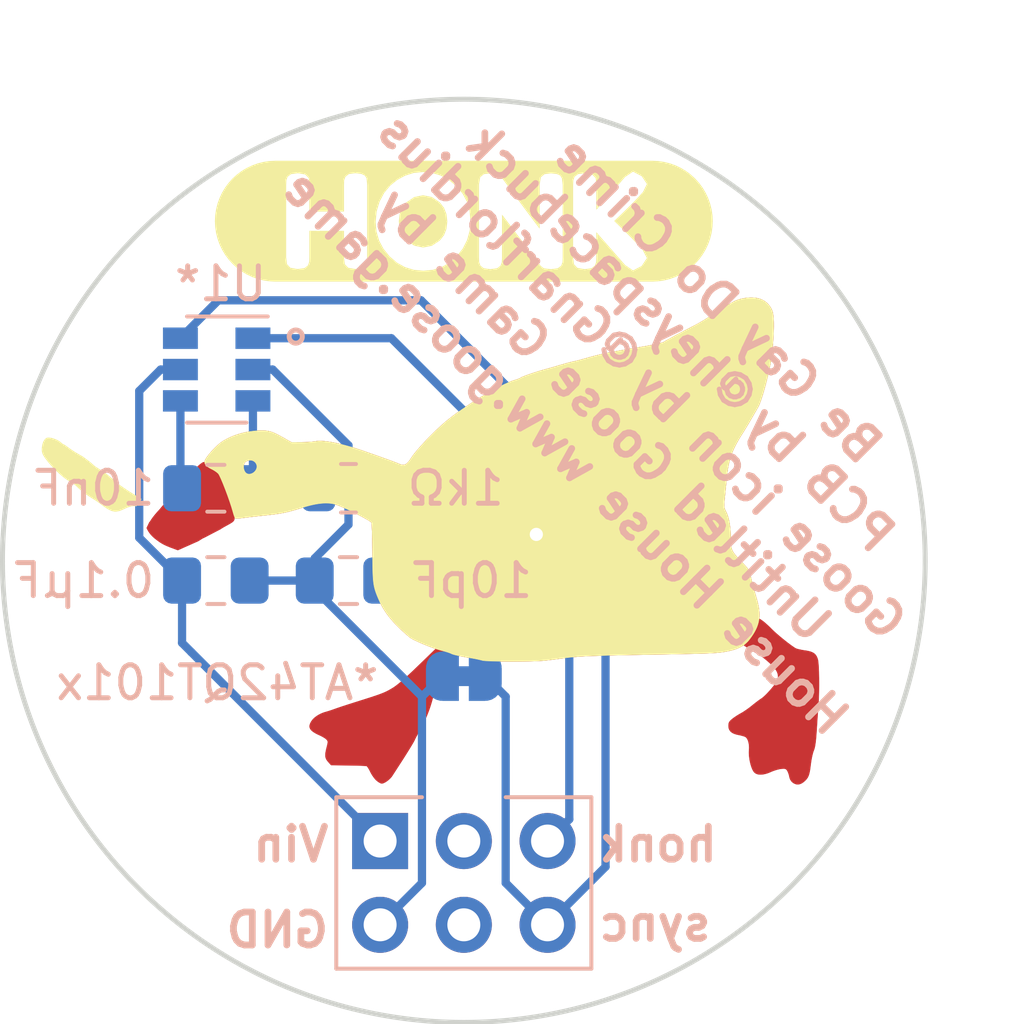
<source format=kicad_pcb>
(kicad_pcb (version 20171130) (host pcbnew "(5.1.10)-1")

  (general
    (thickness 1.6)
    (drawings 15)
    (tracks 40)
    (zones 0)
    (modules 9)
    (nets 8)
  )

  (page A4)
  (layers
    (0 F.Cu signal)
    (31 B.Cu signal)
    (32 B.Adhes user)
    (33 F.Adhes user)
    (34 B.Paste user)
    (35 F.Paste user)
    (36 B.SilkS user)
    (37 F.SilkS user)
    (38 B.Mask user)
    (39 F.Mask user)
    (40 Dwgs.User user)
    (41 Cmts.User user)
    (42 Eco1.User user)
    (43 Eco2.User user)
    (44 Edge.Cuts user)
    (45 Margin user)
    (46 B.CrtYd user)
    (47 F.CrtYd user)
    (48 B.Fab user)
    (49 F.Fab user)
  )

  (setup
    (last_trace_width 0.25)
    (trace_clearance 0.2)
    (zone_clearance 0.508)
    (zone_45_only no)
    (trace_min 0.2)
    (via_size 0.8)
    (via_drill 0.4)
    (via_min_size 0.4)
    (via_min_drill 0.3)
    (uvia_size 0.3)
    (uvia_drill 0.1)
    (uvias_allowed no)
    (uvia_min_size 0.2)
    (uvia_min_drill 0.1)
    (edge_width 0.05)
    (segment_width 0.2)
    (pcb_text_width 0.3)
    (pcb_text_size 1.5 1.5)
    (mod_edge_width 0.12)
    (mod_text_size 1 1)
    (mod_text_width 0.15)
    (pad_size 1.524 1.524)
    (pad_drill 0.762)
    (pad_to_mask_clearance 0)
    (aux_axis_origin 0 0)
    (grid_origin 100 100)
    (visible_elements 7FFDFFFF)
    (pcbplotparams
      (layerselection 0x010fc_ffffffff)
      (usegerberextensions false)
      (usegerberattributes true)
      (usegerberadvancedattributes true)
      (creategerberjobfile true)
      (excludeedgelayer true)
      (linewidth 0.100000)
      (plotframeref false)
      (viasonmask false)
      (mode 1)
      (useauxorigin false)
      (hpglpennumber 1)
      (hpglpenspeed 20)
      (hpglpendiameter 15.000000)
      (psnegative false)
      (psa4output false)
      (plotreference true)
      (plotvalue true)
      (plotinvisibletext false)
      (padsonsilk false)
      (subtractmaskfromsilk false)
      (outputformat 1)
      (mirror false)
      (drillshape 1)
      (scaleselection 1)
      (outputdirectory ""))
  )

  (net 0 "")
  (net 1 0V)
  (net 2 "Net-(C2-Pad2)")
  (net 3 "Net-(C2-Pad1)")
  (net 4 sync)
  (net 5 honk)
  (net 6 Vin)
  (net 7 "Net-(C3-Pad1)")

  (net_class Default "This is the default net class."
    (clearance 0.2)
    (trace_width 0.25)
    (via_dia 0.8)
    (via_drill 0.4)
    (uvia_dia 0.3)
    (uvia_drill 0.1)
    (add_net 0V)
    (add_net "Net-(C2-Pad1)")
    (add_net "Net-(C2-Pad2)")
    (add_net "Net-(C3-Pad1)")
    (add_net Vin)
    (add_net honk)
    (add_net sync)
  )

  (module goose:honk_captouch_scaled (layer F.Cu) (tedit 61319E8A) (tstamp 60988F0B)
    (at 98.3 99.4)
    (path /60983F4E)
    (fp_text reference GOOSE1 (at 0 -8) (layer F.SilkS) hide
      (effects (font (size 1.524 1.524) (thickness 0.3)))
    )
    (fp_text value Goose (at 0.75 0) (layer F.SilkS) hide
      (effects (font (size 1.524 1.524) (thickness 0.3)))
    )
    (fp_poly (pts (xy -8.2354 -1.0621) (xy -8.256 -1.0654) (xy -8.2776 -1.0672) (xy -8.3 -1.0675)
      (xy -8.3234 -1.0665) (xy -8.3475 -1.064) (xy -8.3726 -1.0602) (xy -8.3985 -1.0549)
      (xy -8.4252 -1.0483) (xy -8.4529 -1.0402) (xy -8.4816 -1.0308) (xy -8.5108 -1.0199)
      (xy -8.5413 -1.0077) (xy -8.5725 -0.994) (xy -8.6043 -0.9788) (xy -8.6528 -0.9559)
      (xy -8.698 -0.9371) (xy -8.7404 -0.9216) (xy -8.761 -0.9155) (xy -8.7808 -0.9102)
      (xy -8.8004 -0.9059) (xy -8.8197 -0.9029) (xy -8.8385 -0.9006) (xy -8.8573 -0.8993)
      (xy -8.8758 -0.899) (xy -8.8943 -0.9) (xy -8.9128 -0.9018) (xy -8.9316 -0.9048)
      (xy -8.9504 -0.9089) (xy -8.9695 -0.9142) (xy -8.9886 -0.9203) (xy -9.0084 -0.9279)
      (xy -9.0282 -0.9365) (xy -9.0488 -0.9462) (xy -9.0917 -0.9691) (xy -9.1372 -0.997)
      (xy -9.186 -1.0298) (xy -9.2388 -1.0674) (xy -9.2959 -1.1101) (xy -9.3259 -1.1325)
      (xy -9.3589 -1.1566) (xy -9.3945 -1.1817) (xy -9.4311 -1.2068) (xy -9.4677 -1.2314)
      (xy -9.5033 -1.2548) (xy -9.5366 -1.2761) (xy -9.5666 -1.2944) (xy -9.6324 -1.3355)
      (xy -9.6977 -1.3784) (xy -9.7617 -1.4234) (xy -9.8237 -1.4696) (xy -9.8834 -1.5166)
      (xy -9.94 -1.5641) (xy -9.9931 -1.6116) (xy -10.0419 -1.6586) (xy -10.0528 -1.669)
      (xy -10.065 -1.6802) (xy -10.078 -1.6916) (xy -10.0922 -1.703) (xy -10.1069 -1.7149)
      (xy -10.1224 -1.7268) (xy -10.1549 -1.7504) (xy -10.1887 -1.7735) (xy -10.2227 -1.7953)
      (xy -10.2392 -1.8052) (xy -10.2557 -1.8149) (xy -10.2714 -1.8235) (xy -10.2869 -1.8316)
      (xy -10.3199 -1.8501) (xy -10.3565 -1.8735) (xy -10.3961 -1.9017) (xy -10.4385 -1.934)
      (xy -10.4827 -1.9698) (xy -10.5287 -2.0089) (xy -10.5759 -2.0511) (xy -10.6237 -2.0953)
      (xy -10.6717 -2.1415) (xy -10.7195 -2.1893) (xy -10.7665 -2.2381) (xy -10.8125 -2.2874)
      (xy -10.8567 -2.3369) (xy -10.8986 -2.3859) (xy -10.938 -2.4342) (xy -10.9743 -2.4814)
      (xy -10.9923 -2.5058) (xy -11.0086 -2.5287) (xy -11.0233 -2.5498) (xy -11.0363 -2.5701)
      (xy -11.048 -2.5889) (xy -11.0582 -2.6072) (xy -11.0671 -2.6245) (xy -11.0747 -2.6413)
      (xy -11.0813 -2.6576) (xy -11.0866 -2.6736) (xy -11.0909 -2.6899) (xy -11.0942 -2.7062)
      (xy -11.0967 -2.7227) (xy -11.0985 -2.7397) (xy -11.0995 -2.7572) (xy -11.0998 -2.7757)
      (xy -11.099 -2.8087) (xy -11.0967 -2.8407) (xy -11.0926 -2.8722) (xy -11.0875 -2.9022)
      (xy -11.0806 -2.9312) (xy -11.0727 -2.9589) (xy -11.0636 -2.9848) (xy -11.0534 -3.0092)
      (xy -11.042 -3.0318) (xy -11.0296 -3.0524) (xy -11.0161 -3.0712) (xy -11.0019 -3.0875)
      (xy -10.9869 -3.1012) (xy -10.9712 -3.1126) (xy -10.9631 -3.1174) (xy -10.9547 -3.1212)
      (xy -10.9461 -3.1245) (xy -10.9377 -3.127) (xy -10.9288 -3.1288) (xy -10.9194 -3.1301)
      (xy -10.8986 -3.1309) (xy -10.875 -3.1296) (xy -10.8496 -3.1263) (xy -10.8224 -3.1212)
      (xy -10.7942 -3.1146) (xy -10.765 -3.1062) (xy -10.7355 -3.0965) (xy -10.7058 -3.0858)
      (xy -10.6766 -3.0736) (xy -10.6482 -3.0606) (xy -10.621 -3.0469) (xy -10.5953 -3.0324)
      (xy -10.5717 -3.0174) (xy -10.5504 -3.0022) (xy -10.5321 -2.9865) (xy -10.5194 -2.9751)
      (xy -10.507 -2.9644) (xy -10.4951 -2.9547) (xy -10.4839 -2.9463) (xy -10.4786 -2.9427)
      (xy -10.4738 -2.9394) (xy -10.4692 -2.9366) (xy -10.4651 -2.9341) (xy -10.4613 -2.9323)
      (xy -10.4583 -2.9308) (xy -10.4558 -2.93) (xy -10.4535 -2.9295) (xy -10.4525 -2.9295)
      (xy -10.451 -2.929) (xy -10.4469 -2.9272) (xy -10.4413 -2.9244) (xy -10.4344 -2.9203)
      (xy -10.4263 -2.9155) (xy -10.4169 -2.9097) (xy -10.3951 -2.8955) (xy -10.3697 -2.8782)
      (xy -10.3415 -2.8586) (xy -10.3113 -2.8368) (xy -10.2795 -2.8134) (xy -10.2447 -2.7885)
      (xy -10.2058 -2.7616) (xy -10.1644 -2.7339) (xy -10.1215 -2.7062) (xy -10.0783 -2.6793)
      (xy -10.0366 -2.6539) (xy -9.997 -2.631) (xy -9.9614 -2.6114) (xy -9.9286 -2.5934)
      (xy -9.8976 -2.5749) (xy -9.8689 -2.5569) (xy -9.843 -2.5394) (xy -9.6848 -2.4205)
      (xy -9.6741 -2.4126) (xy -9.6627 -2.4042) (xy -9.6508 -2.3948) (xy -9.6384 -2.3849)
      (xy -9.6257 -2.3745) (xy -9.6127 -2.3636) (xy -9.5995 -2.3522) (xy -9.5863 -2.3403)
      (xy -9.5728 -2.3281) (xy -9.5461 -2.304) (xy -9.5194 -2.2814) (xy -9.4937 -2.2611)
      (xy -9.4696 -2.2433) (xy -9.4582 -2.2357) (xy -9.4475 -2.2288) (xy -9.4376 -2.2227)
      (xy -9.1846 -2.0606) (xy -9.0269 -1.9311) (xy -8.9466 -1.8651) (xy -8.8717 -1.8026)
      (xy -8.8105 -1.751) (xy -8.7714 -1.717) (xy -8.7496 -1.699) (xy -8.7194 -1.6761)
      (xy -8.6381 -1.6187) (xy -8.538 -1.5514) (xy -8.43 -1.4813) (xy -8.3243 -1.415)
      (xy -8.2318 -1.3591) (xy -8.1632 -1.3207) (xy -8.0883 -1.2696)) (layer F.SilkS) (width 0.015))
    (fp_poly (pts (xy 2.2632 3.6215) (xy 2.2416 3.6154) (xy 2.2152 3.6085) (xy 2.1845 3.6011)
      (xy 2.151 3.5932) (xy 2.1154 3.5856) (xy 2.0791 3.578) (xy 2.0428 3.5706)
      (xy 2.0077 3.5643) (xy 1.6925 3.5066) (xy 1.5802 3.4848) (xy 1.4931 3.4668)
      (xy 1.4268 3.4513) (xy 1.3775 3.4376) (xy 1.3412 3.4249) (xy 1.314 3.4125)
      (xy 1.3056 3.4084) (xy 1.2954 3.4038) (xy 1.2695 3.3934) (xy 1.2375 3.382)
      (xy 1.2004 3.3698) (xy 1.1595 3.3571) (xy 1.1161 3.3444) (xy 1.0711 3.3322)
      (xy 1.0259 3.3205) (xy 0.9299 3.2931) (xy 0.8143 3.2547) (xy 0.687 3.2085)
      (xy 0.5544 3.1572) (xy 0.4238 3.1031) (xy 0.3021 3.0498) (xy 0.1964 2.9995)
      (xy 0.1517 2.9764) (xy 0.1133 2.9553) (xy 0.1011 2.9474) (xy 0.0864 2.937)
      (xy 0.0691 2.924) (xy 0.0493 2.9085) (xy 0.0043 2.8714) (xy -0.0473 2.827)
      (xy -0.1039 2.7767) (xy -0.1636 2.7221) (xy -0.2248 2.6642) (xy -0.286 2.605)
      (xy -0.3421 2.5491) (xy -0.3952 2.4935) (xy -0.446 2.4384) (xy -0.4945 2.3835)
      (xy -0.5402 2.3284) (xy -0.5839 2.2733) (xy -0.6256 2.2179) (xy -0.6652 2.162)
      (xy -0.7028 2.1054) (xy -0.7389 2.0477) (xy -0.7729 1.9893) (xy -0.8059 1.9296)
      (xy -0.8371 1.8689) (xy -0.8671 1.8064) (xy -0.8958 1.7421) (xy -0.9235 1.6761)
      (xy -0.9464 1.6187) (xy -0.9667 1.5646) (xy -0.9845 1.5123) (xy -1.0002 1.4602)
      (xy -1.0137 1.4074) (xy -1.0254 1.352) (xy -1.0353 1.2928) (xy -1.0434 1.2283)
      (xy -1.0503 1.1569) (xy -1.0556 1.0771) (xy -1.0599 0.9879) (xy -1.0632 0.8876)
      (xy -1.0657 0.7751) (xy -1.0675 0.6481) (xy -1.0698 0.3471) (xy -1.0734 0.0106)
      (xy -1.08 -0.2726) (xy -1.0889 -0.4728) (xy -1.0937 -0.5325) (xy -1.0988 -0.5599)
      (xy -1.1044 -0.5673) (xy -1.1141 -0.5764) (xy -1.1456 -0.5998) (xy -1.1918 -0.6298)
      (xy -1.2505 -0.6646) (xy -1.3968 -0.7456) (xy -1.5688 -0.835) (xy -1.7499 -0.9244)
      (xy -1.9241 -1.0054) (xy -2.075 -1.0702) (xy -2.1367 -1.0938) (xy -2.1865 -1.1103)
      (xy -2.2345 -1.1227) (xy -2.2843 -1.1326) (xy -2.3359 -1.1405) (xy -2.3892 -1.1456)
      (xy -2.4446 -1.1484) (xy -2.5017 -1.1487) (xy -2.5609 -1.1467) (xy -2.6221 -1.1421)
      (xy -2.6856 -1.135) (xy -2.7514 -1.1256) (xy -2.8192 -1.1134) (xy -2.8898 -1.0989)
      (xy -2.9627 -1.0819) (xy -3.0381 -1.0623) (xy -3.1161 -1.0402) (xy -3.1969 -1.0156)
      (xy -3.3709 -0.962) (xy -3.5197 -0.9186) (xy -3.6543 -0.8838) (xy -3.7193 -0.8691)
      (xy -3.7848 -0.8556) (xy -3.8516 -0.8432) (xy -3.9212 -0.8318) (xy -4.0744 -0.8102)
      (xy -4.2542 -0.7891) (xy -4.4709 -0.7662) (xy -4.6055 -0.752) (xy -4.7488 -0.7355)
      (xy -4.8844 -0.719) (xy -4.9946 -0.7043) (xy -5.0398 -0.6985) (xy -5.0827 -0.6939)
      (xy -5.1226 -0.6909) (xy -5.1584 -0.6891) (xy -5.1891 -0.6888) (xy -5.2135 -0.6898)
      (xy -5.2229 -0.6908) (xy -5.2305 -0.6923) (xy -5.2361 -0.6941) (xy -5.2397 -0.6964)
      (xy -4.6502 -2.1015) (xy -4.6337 -2.119) (xy -4.62 -2.137) (xy -4.6081 -2.155)
      (xy -4.5984 -2.1733) (xy -4.5908 -2.1918) (xy -4.585 -2.2101) (xy -4.5812 -2.2286)
      (xy -4.5792 -2.2466) (xy -4.5792 -2.2646) (xy -4.5805 -2.2821) (xy -4.5838 -2.2994)
      (xy -4.5884 -2.3159) (xy -4.5945 -2.3322) (xy -4.6021 -2.3477) (xy -4.6112 -2.3624)
      (xy -4.6214 -2.3764) (xy -4.6328 -2.3894) (xy -4.6455 -2.4013) (xy -4.6592 -2.4122)
      (xy -4.6739 -2.4221) (xy -4.6896 -2.4305) (xy -4.7061 -2.4379) (xy -4.7236 -2.4435)
      (xy -4.7419 -2.4478) (xy -4.7607 -2.4506) (xy -4.7803 -2.4516) (xy -4.8004 -2.4508)
      (xy -4.821 -2.4485) (xy -4.8418 -2.4442) (xy -4.8631 -2.4379) (xy -4.8847 -2.4293)
      (xy -4.9065 -2.4186) (xy -4.9164 -2.4128) (xy -4.9255 -2.4059) (xy -4.9341 -2.3978)
      (xy -4.9417 -2.3892) (xy -4.9491 -2.3798) (xy -4.9554 -2.3696) (xy -4.9612 -2.3587)
      (xy -4.9665 -2.3473) (xy -4.9708 -2.3354) (xy -4.9746 -2.3227) (xy -4.9779 -2.31)
      (xy -4.9804 -2.2965) (xy -4.9822 -2.283) (xy -4.9835 -2.2693) (xy -4.984 -2.2553)
      (xy -4.9837 -2.2411) (xy -4.9829 -2.2271) (xy -4.9816 -2.2129) (xy -4.9796 -2.1989)
      (xy -4.9768 -2.1849) (xy -4.9735 -2.1712) (xy -4.9694 -2.1577) (xy -4.9648 -2.1445)
      (xy -4.9595 -2.1318) (xy -4.9537 -2.1194) (xy -4.9471 -2.1077) (xy -4.94 -2.0963)
      (xy -4.9321 -2.0859) (xy -4.9237 -2.0757) (xy -4.9146 -2.0666) (xy -4.9049 -2.0582)
      (xy -4.8945 -2.0506) (xy -4.8884 -2.0468) (xy -4.8818 -2.0432) (xy -4.8752 -2.0402)
      (xy -4.8683 -2.0374) (xy -4.8612 -2.0349) (xy -4.8538 -2.0329) (xy -4.8464 -2.0314)
      (xy -4.8388 -2.0301) (xy -4.8312 -2.0291) (xy -4.8233 -2.0286) (xy -4.8154 -2.0283)
      (xy -4.8073 -2.0286) (xy -4.791 -2.0299) (xy -4.7745 -2.0327) (xy -4.758 -2.0368)
      (xy -4.7417 -2.0421) (xy -4.7252 -2.049) (xy -4.7092 -2.0571) (xy -4.6935 -2.0662)
      (xy -4.6783 -2.0769) (xy -4.6636 -2.0886) (xy -4.6565 -2.0949) (xy -4.6499 -2.1015)
      (xy -5.2394 -0.6964) (xy -5.2419 -0.6997) (xy -5.2447 -0.7045) (xy -5.248 -0.7108)
      (xy -5.2516 -0.7187) (xy -5.2554 -0.7276) (xy -5.2595 -0.738) (xy -5.2681 -0.7616)
      (xy -5.2775 -0.789) (xy -5.2872 -0.8192) (xy -5.2966 -0.8517) (xy -5.306 -0.8852)
      (xy -5.3487 -1.03) (xy -5.4048 -1.2002) (xy -5.4693 -1.3833) (xy -5.5374 -1.5662)
      (xy -5.6047 -1.7366) (xy -5.6657 -1.8814) (xy -5.7157 -1.9883) (xy -5.735 -2.0234)
      (xy -5.75 -2.0442) (xy -5.7576 -2.0521) (xy -5.7662 -2.0602) (xy -5.7759 -2.0686)
      (xy -5.7866 -2.0775) (xy -5.7978 -2.0864) (xy -5.81 -2.0955) (xy -5.8224 -2.1046)
      (xy -5.8356 -2.1137) (xy -5.8488 -2.1228) (xy -5.8625 -2.1317) (xy -5.8765 -2.1403)
      (xy -5.8905 -2.1487) (xy -5.9045 -2.1568) (xy -5.9182 -2.1644) (xy -5.9317 -2.1715)
      (xy -5.9449 -2.1781) (xy -5.9751 -2.1933) (xy -6.0033 -2.2085) (xy -6.029 -2.2235)
      (xy -6.0524 -2.2387) (xy -6.0735 -2.2537) (xy -6.0923 -2.2689) (xy -6.1088 -2.2841)
      (xy -6.1233 -2.2991) (xy -6.1355 -2.3146) (xy -6.1406 -2.3222) (xy -6.1454 -2.3298)
      (xy -6.1495 -2.3374) (xy -6.1531 -2.3453) (xy -6.1561 -2.3529) (xy -6.1586 -2.3608)
      (xy -6.1604 -2.3687) (xy -6.1619 -2.3763) (xy -6.1629 -2.3842) (xy -6.1632 -2.3923)
      (xy -6.1629 -2.4002) (xy -6.1621 -2.4083) (xy -6.1608 -2.4162) (xy -6.159 -2.4243)
      (xy -6.1557 -2.4355) (xy -6.1506 -2.4477) (xy -6.1364 -2.4759) (xy -6.1171 -2.5079)
      (xy -6.093 -2.5435) (xy -6.0648 -2.5816) (xy -6.0333 -2.622) (xy -5.9985 -2.6639)
      (xy -5.9617 -2.7066) (xy -5.9231 -2.7493) (xy -5.8832 -2.7915) (xy -5.8426 -2.8326)
      (xy -5.802 -2.8717) (xy -5.7621 -2.9088) (xy -5.723 -2.9423) (xy -5.6859 -2.9723)
      (xy -5.6508 -2.998) (xy -5.5962 -3.0338) (xy -5.5385 -3.0678) (xy -5.4778 -3.1006)
      (xy -5.4146 -3.1313) (xy -5.3488 -3.1605) (xy -5.2812 -3.1879) (xy -5.2114 -3.2136)
      (xy -5.1403 -3.2372) (xy -5.0677 -3.2585) (xy -4.9943 -3.2778) (xy -4.9201 -3.2948)
      (xy -4.8452 -3.3095) (xy -4.77 -3.3217) (xy -4.6951 -3.3316) (xy -4.6204 -3.339)
      (xy -4.5462 -3.3436) (xy -4.4901 -3.3456) (xy -4.438 -3.3466) (xy -4.3895 -3.3461)
      (xy -4.344 -3.3438) (xy -4.3006 -3.34) (xy -4.2589 -3.3344) (xy -4.218 -3.3268)
      (xy -4.1776 -3.3169) (xy -4.1367 -3.3045) (xy -4.095 -3.2898) (xy -4.0518 -3.272)
      (xy -4.0066 -3.2517) (xy -3.9583 -3.2278) (xy -3.9067 -3.2009) (xy -3.8511 -3.1707)
      (xy -3.7909 -3.1369) (xy -3.5318 -2.9893) (xy -3.2346 -2.9906) (xy -3.1721 -2.9914)
      (xy -3.1086 -2.9932) (xy -3.0456 -2.996) (xy -2.9851 -2.9996) (xy -2.9287 -3.0039)
      (xy -2.8782 -3.0087) (xy -2.8355 -3.014) (xy -2.8022 -3.0196) (xy -2.7534 -3.027)
      (xy -2.6975 -3.0308) (xy -2.6348 -3.0305) (xy -2.5655 -3.0269) (xy -2.4898 -3.0198)
      (xy -2.4085 -3.0091) (xy -2.3214 -2.9951) (xy -2.2292 -2.9778) (xy -2.1322 -2.9572)
      (xy -2.0306 -2.9336) (xy -1.9247 -2.9067) (xy -1.815 -2.8767) (xy -1.7017 -2.8439)
      (xy -1.5854 -2.8081) (xy -1.466 -2.7692) (xy -1.3443 -2.7278) (xy -0.9448 -2.5876)
      (xy -0.6291 -2.4748) (xy -0.403 -2.3912) (xy -0.2714 -2.3389) (xy -0.2409 -2.3262)
      (xy -0.2264 -2.3209) (xy -0.2124 -2.3163) (xy -0.1989 -2.3125) (xy -0.1859 -2.3092)
      (xy -0.1732 -2.3069) (xy -0.1608 -2.3051) (xy -0.1489 -2.3041) (xy -0.137 -2.3038)
      (xy -0.1256 -2.3046) (xy -0.1142 -2.3059) (xy -0.1033 -2.3082) (xy -0.0924 -2.3112)
      (xy -0.0815 -2.3153) (xy -0.0708 -2.3201) (xy -0.0601 -2.3257) (xy -0.0494 -2.3323)
      (xy -0.0387 -2.3399) (xy -0.028 -2.3483) (xy -0.0171 -2.3577) (xy -0.0064 -2.3681)
      (xy 0.0045 -2.3793) (xy 0.0159 -2.3917) (xy 0.0271 -2.4049) (xy 0.0388 -2.4194)
      (xy 0.0627 -2.4514) (xy 0.0881 -2.4877) (xy 0.115 -2.5281) (xy 0.1475 -2.5759)
      (xy 0.1876 -2.6297) (xy 0.2346 -2.6889) (xy 0.2877 -2.7527) (xy 0.4091 -2.8911)
      (xy 0.546 -3.0392) (xy 0.6931 -3.1906) (xy 0.8442 -3.3394) (xy 0.9938 -3.4794)
      (xy 1.0662 -3.5442) (xy 1.1358 -3.6047) (xy 1.2496 -3.6982) (xy 1.3746 -3.7947)
      (xy 1.5087 -3.8935) (xy 1.6499 -3.9936) (xy 1.9476 -4.1925) (xy 2.2524 -4.3825)
      (xy 2.5503 -4.5552) (xy 2.8267 -4.7012) (xy 2.9519 -4.7617) (xy 3.0665 -4.8125)
      (xy 3.1684 -4.8521) (xy 3.2553 -4.8795) (xy 3.2807 -4.8869) (xy 3.3069 -4.8953)
      (xy 3.3328 -4.9047) (xy 3.3579 -4.9144) (xy 3.3815 -4.9246) (xy 3.4031 -4.9345)
      (xy 3.4214 -4.9442) (xy 3.429 -4.9488) (xy 3.4359 -4.9531) (xy 3.4511 -4.962)
      (xy 3.4747 -4.9729) (xy 3.5435 -5.0011) (xy 3.6347 -5.0349) (xy 3.7419 -5.0722)
      (xy 3.8575 -5.1103) (xy 3.9751 -5.1474) (xy 4.0874 -5.1807) (xy 4.1872 -5.2079)
      (xy 4.2578 -5.227) (xy 4.3607 -5.2562) (xy 4.4821 -5.2915) (xy 4.6081 -5.3291)
      (xy 4.7343 -5.3657) (xy 4.8557 -5.3992) (xy 4.9586 -5.4256) (xy 4.9987 -5.435)
      (xy 5.0292 -5.4411) (xy 5.0602 -5.4477) (xy 5.1031 -5.4576) (xy 5.1554 -5.4706)
      (xy 5.2156 -5.4863) (xy 5.3512 -5.5234) (xy 5.495 -5.5643) (xy 5.5715 -5.5859)
      (xy 5.6566 -5.6085) (xy 5.7473 -5.6316) (xy 5.8408 -5.6542) (xy 5.9343 -5.6755)
      (xy 6.025 -5.6953) (xy 6.1101 -5.7128) (xy 6.1866 -5.7273) (xy 6.6677 -5.8134)
      (xy 6.7381 -5.8261) (xy 6.8295 -5.8416) (xy 7.0284 -5.8741) (xy 7.1673 -5.8967)
      (xy 7.2986 -5.9201) (xy 7.4195 -5.943) (xy 7.5275 -5.9654) (xy 7.6192 -5.9862)
      (xy 7.6926 -6.005) (xy 7.7447 -6.0213) (xy 7.7617 -6.0284) (xy 7.7724 -6.0345)
      (xy 7.8059 -6.0548) (xy 7.8775 -6.0952) (xy 8.1117 -6.2227) (xy 8.43 -6.3924)
      (xy 8.7871 -6.5799) (xy 8.8272 -6.6017) (xy 8.8724 -6.6271) (xy 8.9212 -6.6555)
      (xy 8.9717 -6.686) (xy 9.0228 -6.7172) (xy 9.0726 -6.7487) (xy 9.1198 -6.7794)
      (xy 9.1627 -6.8084) (xy 9.2579 -6.8729) (xy 9.3529 -6.9356) (xy 9.4476 -6.9963)
      (xy 9.5411 -7.0547) (xy 9.633 -7.1103) (xy 9.7229 -7.1631) (xy 9.81 -7.2124)
      (xy 9.8941 -7.2581) (xy 9.9391 -7.2802) (xy 9.9869 -7.3003) (xy 10.0367 -7.3181)
      (xy 10.0888 -7.3336) (xy 10.1421 -7.3468) (xy 10.1965 -7.358) (xy 10.2516 -7.3666)
      (xy 10.3067 -7.3729) (xy 10.3618 -7.3767) (xy 10.4164 -7.3782) (xy 10.4697 -7.3769)
      (xy 10.5218 -7.3733) (xy 10.5721 -7.3672) (xy 10.6199 -7.3586) (xy 10.6651 -7.3472)
      (xy 10.7073 -7.333) (xy 10.7373 -7.3206) (xy 10.7665 -7.3064) (xy 10.7949 -7.2907)
      (xy 10.8226 -7.2734) (xy 10.8493 -7.2543) (xy 10.8747 -7.234) (xy 10.8993 -7.2124)
      (xy 10.9227 -7.1893) (xy 10.9451 -7.1652) (xy 10.9659 -7.1398) (xy 10.9857 -7.1134)
      (xy 11.0037 -7.086) (xy 11.0205 -7.0576) (xy 11.0357 -7.0286) (xy 11.0492 -6.9984)
      (xy 11.0611 -6.9677) (xy 11.0735 -6.9207) (xy 11.0837 -6.8595) (xy 11.0913 -6.7856)
      (xy 11.0966 -6.7005) (xy 11.0994 -6.6058) (xy 11.0999 -6.5024) (xy 11.0943 -6.2768)
      (xy 11.0803 -6.0355) (xy 11.0585 -5.7901) (xy 11.0445 -5.6697) (xy 11.0288 -5.5526)
      (xy 11.0115 -5.4403) (xy 10.9924 -5.3341) (xy 10.9533 -5.1464) (xy 10.9083 -4.9529)
      (xy 10.8598 -4.7609) (xy 10.8093 -4.5773) (xy 10.7593 -4.4094) (xy 10.7113 -4.2639)
      (xy 10.6679 -4.1483) (xy 10.6483 -4.1036) (xy 10.6305 -4.0693) (xy 10.4667 -3.7853)
      (xy 10.3382 -3.5661) (xy 10.2336 -3.3924) (xy 10.1414 -3.2448) (xy 10.0865 -3.1577)
      (xy 10.036 -3.0736) (xy 9.9898 -2.9926) (xy 9.9476 -2.9139) (xy 9.909 -2.8367)
      (xy 9.8742 -2.7608) (xy 9.8424 -2.6854) (xy 9.814 -2.61) (xy 9.7886 -2.5338)
      (xy 9.766 -2.4568) (xy 9.7457 -2.3778) (xy 9.7282 -2.2965) (xy 9.7125 -2.2124)
      (xy 9.6988 -2.125) (xy 9.6869 -2.0333) (xy 9.6765 -1.9373) (xy 9.6148 -1.3221)
      (xy 9.6054 -1.2266) (xy 9.5993 -1.1514) (xy 9.5975 -1.1204) (xy 9.5967 -1.0927)
      (xy 9.597 -1.0681) (xy 9.5985 -1.0457) (xy 9.601 -1.0251) (xy 9.6048 -1.006)
      (xy 9.6096 -0.9875) (xy 9.6159 -0.9692) (xy 9.6235 -0.9504) (xy 9.6324 -0.9306)
      (xy 9.655 -0.8862) (xy 9.6715 -0.8524) (xy 9.687 -0.8158) (xy 9.7015 -0.7772)
      (xy 9.7147 -0.7361) (xy 9.7274 -0.6924) (xy 9.7386 -0.6467) (xy 9.749 -0.5987)
      (xy 9.7584 -0.5484) (xy 9.7668 -0.4961) (xy 9.7739 -0.4417) (xy 9.78 -0.3856)
      (xy 9.7851 -0.3274) (xy 9.7889 -0.2675) (xy 9.7919 -0.2058) (xy 9.7937 -0.1423)
      (xy 9.7942 -0.077) (xy 9.7945 -0.0163) (xy 9.7958 0.0383) (xy 9.7983 0.0878)
      (xy 9.8026 0.133) (xy 9.8089 0.1747) (xy 9.8175 0.2136) (xy 9.8231 0.2324)
      (xy 9.8292 0.2507) (xy 9.8363 0.2687) (xy 9.8442 0.2865) (xy 9.8528 0.3043)
      (xy 9.8627 0.3221) (xy 9.8851 0.3584) (xy 9.9118 0.3957) (xy 9.9436 0.4356)
      (xy 9.9802 0.4783) (xy 10.0226 0.525) (xy 10.0706 0.5763) (xy 10.125 0.6329)
      (xy 10.2002 0.7114) (xy 10.2312 0.7444) (xy 10.2581 0.7741) (xy 10.2812 0.8013)
      (xy 10.3013 0.8264) (xy 10.3183 0.8503) (xy 10.3333 0.8734) (xy 10.346 0.8965)
      (xy 10.3569 0.9204) (xy 10.3668 0.9455) (xy 10.3757 0.9727) (xy 10.3841 1.0024)
      (xy 10.3925 1.0354) (xy 10.4103 1.1139) (xy 10.423 1.1693) (xy 10.439 1.2343)
      (xy 10.4784 1.3844) (xy 10.5228 1.5449) (xy 10.5675 1.6968) (xy 10.5972 1.7987)
      (xy 10.6213 1.8952) (xy 10.6404 1.9869) (xy 10.6541 2.0738) (xy 10.6625 2.1571)
      (xy 10.6653 2.2371) (xy 10.6625 2.3143) (xy 10.6541 2.3895) (xy 10.6399 2.4629)
      (xy 10.6198 2.535) (xy 10.5939 2.6069) (xy 10.5621 2.6788) (xy 10.524 2.7512)
      (xy 10.4798 2.8249) (xy 10.4295 2.9003) (xy 10.3726 2.9778) (xy 10.3447 3.0126)
      (xy 10.3155 3.0456) (xy 10.2848 3.0768) (xy 10.2523 3.1063) (xy 10.2183 3.134)
      (xy 10.1825 3.1599) (xy 10.1447 3.1843) (xy 10.1051 3.2072) (xy 10.0632 3.2285)
      (xy 10.019 3.2486) (xy 9.9728 3.2671) (xy 9.9238 3.2841) (xy 9.8725 3.3001)
      (xy 9.8184 3.3148) (xy 9.7618 3.3283) (xy 9.7024 3.341) (xy 9.644 3.3519)
      (xy 9.5861 3.3618) (xy 9.5259 3.3707) (xy 9.4604 3.3786) (xy 9.3862 3.3857)
      (xy 9.3006 3.392) (xy 9.2005 3.3978) (xy 9.0824 3.4031) (xy 8.9437 3.4082)
      (xy 8.7811 3.413) (xy 8.3724 3.4227) (xy 7.8314 3.4331) (xy 7.1339 3.4453)
      (xy 6.1161 3.4654) (xy 5.4562 3.4867) (xy 5.2157 3.5004) (xy 5.0112 3.5169)
      (xy 4.8248 3.537) (xy 4.6389 3.5616) (xy 4.5254 3.5771) (xy 4.3941 3.5941)
      (xy 4.261 3.6106) (xy 4.1429 3.6243) (xy 3.9745 3.6362) (xy 3.7302 3.6443)
      (xy 3.4386 3.6489) (xy 3.1277 3.6502) (xy 2.8265 3.6479) (xy 2.5631 3.6423)
      (xy 2.3663 3.6334) (xy 2.3015 3.6278)) (layer F.SilkS) (width 0.015))
    (fp_poly (pts (xy 11.6777 7.3205) (xy 11.6691 7.3129) (xy 11.6605 7.305) (xy 11.6521 7.2964)
      (xy 11.6442 7.287) (xy 11.6363 7.2773) (xy 11.6292 7.2671) (xy 11.6221 7.2564)
      (xy 11.6155 7.2452) (xy 11.6094 7.2338) (xy 11.6038 7.2221) (xy 11.5985 7.2102)
      (xy 11.5939 7.198) (xy 11.5896 7.1856) (xy 11.5858 7.1729) (xy 11.5828 7.1602)
      (xy 11.5803 7.1475) (xy 11.578 7.1358) (xy 11.5755 7.1236) (xy 11.5692 7.0987)
      (xy 11.5618 7.073) (xy 11.5534 7.0479) (xy 11.5443 7.0238) (xy 11.5349 7.0014)
      (xy 11.5303 6.991) (xy 11.5255 6.9813) (xy 11.5207 6.9727) (xy 11.5161 6.9648)
      (xy 11.509 6.9539) (xy 11.5054 6.9488) (xy 11.5018 6.944) (xy 11.4985 6.9394)
      (xy 11.4949 6.9353) (xy 11.4913 6.9315) (xy 11.4877 6.9279) (xy 11.4841 6.9243)
      (xy 11.4803 6.9215) (xy 11.4765 6.9185) (xy 11.4724 6.916) (xy 11.4681 6.9137)
      (xy 11.464 6.9117) (xy 11.4592 6.9097) (xy 11.4546 6.9082) (xy 11.4495 6.9069)
      (xy 11.4442 6.9056) (xy 11.4386 6.9046) (xy 11.4328 6.9038) (xy 11.4265 6.903)
      (xy 11.4199 6.9027) (xy 11.413 6.9024) (xy 11.3978 6.9024) (xy 11.3897 6.9027)
      (xy 11.3719 6.9035) (xy 11.3521 6.905) (xy 11.33 6.907) (xy 11.3148 6.9088)
      (xy 11.298 6.9116) (xy 11.2802 6.9149) (xy 11.2614 6.9187) (xy 11.2213 6.9284)
      (xy 11.1789 6.9403) (xy 11.1357 6.9538) (xy 11.093 6.9688) (xy 11.0519 6.9845)
      (xy 11.0323 6.9926) (xy 11.0138 7.0007) (xy 10.9739 7.018) (xy 10.935 7.0332)
      (xy 10.8966 7.0464) (xy 10.8595 7.0573) (xy 10.8234 7.0659) (xy 10.7883 7.0725)
      (xy 10.7545 7.0771) (xy 10.722 7.0794) (xy 10.691 7.0797) (xy 10.6615 7.0779)
      (xy 10.6336 7.0738) (xy 10.6074 7.0675) (xy 10.583 7.0591) (xy 10.5606 7.0484)
      (xy 10.54 7.0357) (xy 10.5217 7.0207) (xy 10.5126 7.011) (xy 10.5032 7.0003)
      (xy 10.4854 6.9739) (xy 10.4679 6.9427) (xy 10.4511 6.9069) (xy 10.4354 6.867)
      (xy 10.4204 6.8238) (xy 10.4067 6.7778) (xy 10.3943 6.7295) (xy 10.3831 6.6797)
      (xy 10.3734 6.6289) (xy 10.3658 6.5776) (xy 10.3597 6.5265) (xy 10.3556 6.4765)
      (xy 10.3538 6.4277) (xy 10.3543 6.3807) (xy 10.3571 6.3365) (xy 10.3596 6.3032)
      (xy 10.3604 6.2702) (xy 10.3596 6.2374) (xy 10.3576 6.2054) (xy 10.3543 6.1739)
      (xy 10.3495 6.1434) (xy 10.3437 6.1144) (xy 10.3363 6.0865) (xy 10.3282 6.0603)
      (xy 10.3188 6.0357) (xy 10.3081 6.0131) (xy 10.2969 5.993) (xy 10.2845 5.975)
      (xy 10.2713 5.9595) (xy 10.2576 5.9471) (xy 10.2502 5.9418) (xy 10.2428 5.9375)
      (xy 10.2362 5.9342) (xy 10.2281 5.9309) (xy 10.2187 5.9271) (xy 10.2083 5.9233)
      (xy 10.1842 5.9154) (xy 10.1565 5.9073) (xy 10.1263 5.8992) (xy 10.0943 5.8913)
      (xy 10.0615 5.8839) (xy 10.0287 5.8773) (xy 9.9919 5.8694) (xy 9.9579 5.8605)
      (xy 9.9261 5.8506) (xy 9.8969 5.8392) (xy 9.8702 5.827) (xy 9.8461 5.8133)
      (xy 9.8349 5.8059) (xy 9.8242 5.7983) (xy 9.8143 5.7904) (xy 9.8049 5.7823)
      (xy 9.796 5.7739) (xy 9.7879 5.765) (xy 9.7803 5.7556) (xy 9.7732 5.7462)
      (xy 9.7669 5.7363) (xy 9.7611 5.7261) (xy 9.7558 5.7154) (xy 9.751 5.7045)
      (xy 9.7469 5.6933) (xy 9.7433 5.6816) (xy 9.7403 5.6697) (xy 9.7378 5.6575)
      (xy 9.736 5.6448) (xy 9.7345 5.6318) (xy 9.7335 5.6044) (xy 9.7338 5.5876)
      (xy 9.7346 5.5721) (xy 9.7359 5.5576) (xy 9.7379 5.5439) (xy 9.7407 5.5312)
      (xy 9.7443 5.519) (xy 9.7466 5.5132) (xy 9.7489 5.5076) (xy 9.7514 5.5018)
      (xy 9.7542 5.4962) (xy 9.7608 5.485) (xy 9.7684 5.4741) (xy 9.7773 5.4632)
      (xy 9.7875 5.452) (xy 9.7989 5.4403) (xy 9.8116 5.4284) (xy 9.8261 5.416)
      (xy 9.8418 5.4025) (xy 9.8669 5.3829) (xy 9.8961 5.3613) (xy 9.9289 5.3384)
      (xy 9.964 5.315) (xy 10.0001 5.2916) (xy 10.0364 5.2695) (xy 10.0717 5.2487)
      (xy 10.105 5.2302) (xy 10.1401 5.2104) (xy 10.18 5.1858) (xy 10.2234 5.1576)
      (xy 10.2691 5.1266) (xy 10.3156 5.0938) (xy 10.3616 5.0603) (xy 10.4055 5.0265)
      (xy 10.4461 4.994) (xy 10.4855 4.9622) (xy 10.5261 4.9299) (xy 10.5665 4.8984)
      (xy 10.6061 4.8682) (xy 10.6434 4.8405) (xy 10.6772 4.8161) (xy 10.7064 4.796)
      (xy 10.7298 4.7808) (xy 10.7562 4.7623) (xy 10.7869 4.7374) (xy 10.8209 4.7069)
      (xy 10.8577 4.6718) (xy 10.8966 4.6329) (xy 10.9362 4.591) (xy 10.9763 4.5473)
      (xy 11.0159 4.5023) (xy 11.0543 4.4571) (xy 11.0909 4.4127) (xy 11.1244 4.37)
      (xy 11.1546 4.3296) (xy 11.1803 4.2925) (xy 11.2011 4.2597) (xy 11.2158 4.232)
      (xy 11.2206 4.2203) (xy 11.2239 4.2104) (xy 11.2308 4.1794) (xy 11.2351 4.1494)
      (xy 11.2364 4.1347) (xy 11.2372 4.12) (xy 11.2372 4.1055) (xy 11.2367 4.091)
      (xy 11.2354 4.0768) (xy 11.2336 4.0623) (xy 11.2311 4.0481) (xy 11.2281 4.0341)
      (xy 11.2243 4.0199) (xy 11.22 4.0059) (xy 11.2147 3.9917) (xy 11.2089 3.9775)
      (xy 11.2023 3.963) (xy 11.1952 3.9488) (xy 11.1784 3.9198) (xy 11.1588 3.8901)
      (xy 11.1359 3.8599) (xy 11.1102 3.8287) (xy 11.0812 3.7964) (xy 11.0492 3.7631)
      (xy 11.0139 3.7283) (xy 10.9735 3.6907) (xy 10.9306 3.6523) (xy 10.8869 3.6147)
      (xy 10.8435 3.5789) (xy 10.8016 3.5456) (xy 10.7627 3.5161) (xy 10.7279 3.4915)
      (xy 10.7124 3.4813) (xy 10.6987 3.4727) (xy 10.6349 3.4346) (xy 10.5554 3.3861)
      (xy 10.4701 3.3335) (xy 10.3893 3.283) (xy 10.2067 3.1684) (xy 10.2826 3.0876)
      (xy 10.307 3.0604) (xy 10.3327 3.0294) (xy 10.3589 2.9956) (xy 10.3856 2.959)
      (xy 10.4123 2.9204) (xy 10.4392 2.8803) (xy 10.4654 2.8389) (xy 10.4911 2.797)
      (xy 10.5157 2.7551) (xy 10.5388 2.7134) (xy 10.5604 2.6725) (xy 10.5802 2.6331)
      (xy 10.598 2.5955) (xy 10.613 2.5602) (xy 10.6254 2.5277) (xy 10.6345 2.4987)
      (xy 10.6729 2.3615) (xy 10.7669 2.4258) (xy 10.7776 2.4334) (xy 10.7895 2.4425)
      (xy 10.8177 2.4654) (xy 10.8502 2.4931) (xy 10.8863 2.5251) (xy 10.9247 2.5602)
      (xy 10.9641 2.5973) (xy 11.0032 2.6354) (xy 11.0413 2.6735) (xy 11.0761 2.7078)
      (xy 11.116 2.7451) (xy 11.2079 2.8274) (xy 11.311 2.9153) (xy 11.419 3.0034)
      (xy 11.5252 3.087) (xy 11.6238 3.1607) (xy 11.7079 3.2196) (xy 11.7427 3.242)
      (xy 11.7714 3.2588) (xy 11.779 3.2624) (xy 11.7884 3.2662) (xy 11.7998 3.27)
      (xy 11.8128 3.2741) (xy 11.8435 3.2827) (xy 11.8796 3.2913) (xy 11.9197 3.2999)
      (xy 11.9626 3.3083) (xy 12.0073 3.3162) (xy 12.0525 3.3231) (xy 12.0982 3.3302)
      (xy 12.1401 3.3378) (xy 12.1785 3.3467) (xy 12.2136 3.3564) (xy 12.2456 3.3673)
      (xy 12.2743 3.3795) (xy 12.3005 3.393) (xy 12.3241 3.4082) (xy 12.335 3.4163)
      (xy 12.3452 3.4249) (xy 12.3551 3.434) (xy 12.3642 3.4437) (xy 12.3728 3.4539)
      (xy 12.3809 3.4643) (xy 12.3959 3.4872) (xy 12.4096 3.5121) (xy 12.4213 3.5395)
      (xy 12.4322 3.5692) (xy 12.4416 3.6017) (xy 12.4482 3.635) (xy 12.4543 3.682)
      (xy 12.4642 3.8118) (xy 12.4713 3.9784) (xy 12.4754 4.1699) (xy 12.4764 4.3731)
      (xy 12.4739 4.5763) (xy 12.4681 4.7663) (xy 12.4587 4.9309) (xy 12.4346 5.272)
      (xy 12.4056 5.7124) (xy 12.3967 5.8447) (xy 12.3876 5.9587) (xy 12.3779 6.0565)
      (xy 12.3677 6.139) (xy 12.3568 6.2083) (xy 12.3446 6.2662) (xy 12.3314 6.3142)
      (xy 12.3164 6.3541) (xy 12.3103 6.3688) (xy 12.3042 6.3861) (xy 12.2981 6.4054)
      (xy 12.2918 6.4267) (xy 12.2791 6.4742) (xy 12.2667 6.5273) (xy 12.255 6.5839)
      (xy 12.2441 6.6428) (xy 12.2347 6.702) (xy 12.2268 6.7599) (xy 12.2121 6.876)
      (xy 12.2047 6.926) (xy 12.1971 6.971) (xy 12.189 7.0114) (xy 12.1804 7.048)
      (xy 12.1713 7.081) (xy 12.1611 7.1107) (xy 12.1499 7.1379) (xy 12.1377 7.1628)
      (xy 12.1237 7.1859) (xy 12.1087 7.2077) (xy 12.0917 7.2288) (xy 12.0729 7.2491)
      (xy 12.0518 7.2697) (xy 12.0289 7.2905) (xy 12.006 7.3093) (xy 11.9834 7.3258)
      (xy 11.9608 7.3403) (xy 11.9496 7.3464) (xy 11.9384 7.3522) (xy 11.9272 7.3573)
      (xy 11.916 7.3619) (xy 11.9048 7.366) (xy 11.8936 7.3696) (xy 11.8827 7.3724)
      (xy 11.8715 7.3747) (xy 11.8606 7.3765) (xy 11.8494 7.3778) (xy 11.8385 7.3783)
      (xy 11.8276 7.3783) (xy 11.8167 7.3778) (xy 11.8058 7.3768) (xy 11.7949 7.375)
      (xy 11.7842 7.373) (xy 11.7733 7.3702) (xy 11.7626 7.3666) (xy 11.7519 7.3628)
      (xy 11.7412 7.3582) (xy 11.7305 7.3531) (xy 11.7198 7.3475) (xy 11.7091 7.3412)
      (xy 11.6987 7.3346) (xy 11.6883 7.3272)) (layer F.Mask) (width 0.015))
    (fp_poly (pts (xy -0.9512 7.2595) (xy -0.9624 7.2493) (xy -0.9741 7.2376) (xy -0.986 7.2246)
      (xy -0.9982 7.2106) (xy -1.0106 7.1956) (xy -1.0233 7.1796) (xy -1.0357 7.1631)
      (xy -1.0481 7.1458) (xy -1.0605 7.128) (xy -1.0727 7.11) (xy -1.0844 7.0917)
      (xy -1.0956 7.0734) (xy -1.1063 7.0554) (xy -1.1165 7.0371) (xy -1.1259 7.0196)
      (xy -1.1343 7.0023) (xy -1.1508 6.9688) (xy -1.1673 6.937) (xy -1.1841 6.9078)
      (xy -1.2001 6.8816) (xy -1.2153 6.8592) (xy -1.2222 6.8498) (xy -1.2288 6.8417)
      (xy -1.2346 6.8348) (xy -1.2402 6.8292) (xy -1.245 6.8254) (xy -1.2491 6.8231)
      (xy -1.2557 6.8216) (xy -1.2671 6.8201) (xy -1.3047 6.8171) (xy -1.3588 6.8141)
      (xy -1.4279 6.8113) (xy -1.5097 6.8085) (xy -1.6014 6.806) (xy -1.701 6.804)
      (xy -1.8062 6.8022) (xy -2.3264 6.7953) (xy -2.414 6.6973) (xy -2.4318 6.6765)
      (xy -2.4475 6.6562) (xy -2.4544 6.646) (xy -2.461 6.6358) (xy -2.4671 6.6256)
      (xy -2.4724 6.6154) (xy -2.4772 6.605) (xy -2.4818 6.5946) (xy -2.4859 6.5837)
      (xy -2.4892 6.5728) (xy -2.492 6.5616) (xy -2.4945 6.5502) (xy -2.4963 6.5383)
      (xy -2.4978 6.5261) (xy -2.4988 6.5137) (xy -2.4993 6.5005) (xy -2.4993 6.487)
      (xy -2.4988 6.473) (xy -2.4978 6.4583) (xy -2.4963 6.4431) (xy -2.492 6.4108)
      (xy -2.4859 6.3757) (xy -2.478 6.3373) (xy -2.4683 6.2956) (xy -2.4569 6.2504)
      (xy -2.4434 6.1971) (xy -2.4381 6.1747) (xy -2.4338 6.1546) (xy -2.4305 6.1373)
      (xy -2.4285 6.1216) (xy -2.4272 6.1079) (xy -2.4269 6.0955) (xy -2.4279 6.0846)
      (xy -2.4297 6.0742) (xy -2.4327 6.0648) (xy -2.4368 6.0559) (xy -2.4421 6.047)
      (xy -2.4484 6.0381) (xy -2.4558 6.029) (xy -2.4642 6.0191) (xy -2.4705 6.0128)
      (xy -2.4781 6.0057) (xy -2.4872 5.9983) (xy -2.4976 5.9904) (xy -2.509 5.982)
      (xy -2.5217 5.9736) (xy -2.5354 5.9647) (xy -2.5496 5.9558) (xy -2.5648 5.9469)
      (xy -2.5805 5.9378) (xy -2.5968 5.9289) (xy -2.6133 5.92) (xy -2.6303 5.9111)
      (xy -2.6476 5.9027) (xy -2.6646 5.8946) (xy -2.6819 5.8867) (xy -2.7357 5.8618)
      (xy -2.7842 5.8372) (xy -2.8269 5.8133) (xy -2.8642 5.7892) (xy -2.881 5.7773)
      (xy -2.896 5.7654) (xy -2.91 5.7535) (xy -2.9227 5.7413) (xy -2.9339 5.7291)
      (xy -2.9441 5.7169) (xy -2.9527 5.7047) (xy -2.9601 5.692) (xy -2.9662 5.6793)
      (xy -2.971 5.6666) (xy -2.9748 5.6534) (xy -2.9771 5.6402) (xy -2.9784 5.6265)
      (xy -2.9784 5.6128) (xy -2.9771 5.5986) (xy -2.9748 5.5844) (xy -2.971 5.5697)
      (xy -2.9662 5.5545) (xy -2.9604 5.539) (xy -2.9535 5.5233) (xy -2.9451 5.5068)
      (xy -2.936 5.4903) (xy -2.9142 5.4555) (xy -2.8985 5.4339) (xy -2.881 5.4128)
      (xy -2.8614 5.392) (xy -2.8401 5.3717) (xy -2.817 5.3519) (xy -2.7924 5.3323)
      (xy -2.7662 5.3135) (xy -2.7388 5.2955) (xy -2.7104 5.2782) (xy -2.6804 5.2617)
      (xy -2.6499 5.2462) (xy -2.6184 5.2317) (xy -2.5861 5.2185) (xy -2.5533 5.2063)
      (xy -2.52 5.1954) (xy -2.4865 5.1857) (xy -2.4593 5.1781) (xy -2.4281 5.1687)
      (xy -2.3938 5.1583) (xy -2.3575 5.1466) (xy -2.2838 5.1217) (xy -2.2485 5.1093)
      (xy -2.216 5.0974) (xy -2.122 5.0644) (xy -1.9775 5.0159) (xy -1.8017 4.959)
      (xy -1.6148 4.8996) (xy -1.1294 4.7459) (xy -0.9625 4.6905) (xy -0.8332 4.6445)
      (xy -0.7311 4.6041) (xy -0.646 4.5655) (xy -0.5683 4.5249) (xy -0.4875 4.4789)
      (xy -0.4563 4.4598) (xy -0.4235 4.4385) (xy -0.3892 4.4149) (xy -0.3531 4.3885)
      (xy -0.315 4.3595) (xy -0.2749 4.3275) (xy -0.232 4.2924) (xy -0.1868 4.254)
      (xy -0.0877 4.1671) (xy 0.0241 4.065) (xy 0.1501 3.9469) (xy 0.2918 3.811)
      (xy 0.8453 3.2756) (xy 1.0432 3.3264) (xy 1.1318 3.3505) (xy 1.2128 3.3751)
      (xy 1.2849 3.4) (xy 1.3469 3.4241) (xy 1.3736 3.436) (xy 1.3972 3.4474)
      (xy 1.4178 3.4586) (xy 1.4351 3.469) (xy 1.4486 3.4792) (xy 1.4585 3.4889)
      (xy 1.4646 3.4975) (xy 1.4661 3.5018) (xy 1.4666 3.5056) (xy 1.4663 3.5122)
      (xy 1.4655 3.5193) (xy 1.4637 3.5269) (xy 1.4617 3.5353) (xy 1.4554 3.5536)
      (xy 1.4465 3.5744) (xy 1.4351 3.5975) (xy 1.4209 3.6229) (xy 1.4044 3.6506)
      (xy 1.3851 3.6811) (xy 1.3635 3.7136) (xy 1.3391 3.7489) (xy 1.3119 3.7865)
      (xy 1.2822 3.8269) (xy 1.2499 3.8696) (xy 1.2148 3.9148) (xy 1.177 3.9626)
      (xy 1.1366 4.0129) (xy 1.0447 4.1277) (xy 1.0061 4.1775) (xy 0.9718 4.223)
      (xy 0.9416 4.2647) (xy 0.9149 4.3033) (xy 0.8918 4.3394) (xy 0.8717 4.3734)
      (xy 0.8542 4.4062) (xy 0.8392 4.4382) (xy 0.8262 4.47) (xy 0.815 4.502)
      (xy 0.8051 4.5353) (xy 0.7962 4.5701) (xy 0.7881 4.6072) (xy 0.7802 4.6471)
      (xy 0.7685 4.7055) (xy 0.7545 4.7662) (xy 0.7385 4.8284) (xy 0.7207 4.8924)
      (xy 0.6801 5.0235) (xy 0.6331 5.1568) (xy 0.581 5.2899) (xy 0.5246 5.4202)
      (xy 0.4652 5.5449) (xy 0.4345 5.6046) (xy 0.4033 5.6617) (xy 0.3362 5.7826)
      (xy 0.2768 5.8928) (xy 0.2313 5.9797) (xy 0.2161 6.0107) (xy 0.2067 6.0313)
      (xy 0.1993 6.0476) (xy 0.1879 6.0694) (xy 0.1539 6.1301) (xy 0.1059 6.2111)
      (xy 0.0454 6.3102) (xy -0.0257 6.425) (xy -0.1067 6.5533) (xy -0.1959 6.6925)
      (xy -0.2919 6.8408) (xy -0.473 7.1202) (xy -0.4872 7.141) (xy -0.5035 7.1616)
      (xy -0.5215 7.1822) (xy -0.5411 7.2025) (xy -0.5619 7.2223) (xy -0.5835 7.2416)
      (xy -0.6059 7.2599) (xy -0.6285 7.2769) (xy -0.6514 7.2929) (xy -0.674 7.3074)
      (xy -0.6964 7.3201) (xy -0.718 7.331) (xy -0.7386 7.3399) (xy -0.7579 7.3465)
      (xy -0.767 7.3488) (xy -0.7756 7.3506) (xy -0.7837 7.3516) (xy -0.7913 7.3519)
      (xy -0.7943 7.3519) (xy -0.7976 7.3514) (xy -0.8045 7.3501) (xy -0.8124 7.3478)
      (xy -0.821 7.3445) (xy -0.8301 7.3407) (xy -0.8398 7.3361) (xy -0.8502 7.3308)
      (xy -0.8609 7.325) (xy -0.8718 7.3184) (xy -0.883 7.3113) (xy -0.8944 7.3037)
      (xy -0.9061 7.2956) (xy -0.9175 7.2872) (xy -0.9289 7.2783) (xy -0.9401 7.2692)) (layer F.Mask) (width 0.015))
    (fp_poly (pts (xy -7.2024 0.1919) (xy -7.2875 0.1576) (xy -7.3251 0.1413) (xy -7.3602 0.1253)
      (xy -7.3932 0.1093) (xy -7.4244 0.093) (xy -7.4544 0.0765) (xy -7.4836 0.0592)
      (xy -7.5123 0.0412) (xy -7.5413 0.0216) (xy -7.6012 -0.0216) (xy -7.667 -0.0724)
      (xy -7.6932 -0.0937) (xy -7.7183 -0.1158) (xy -7.7424 -0.1384) (xy -7.7653 -0.1615)
      (xy -7.7869 -0.1851) (xy -7.8077 -0.2092) (xy -7.8273 -0.2341) (xy -7.8458 -0.2595)
      (xy -7.8633 -0.2854) (xy -7.8796 -0.3121) (xy -7.8948 -0.3393) (xy -7.909 -0.367)
      (xy -7.9222 -0.3957) (xy -7.8422 -0.5631) (xy -7.8384 -0.5674) (xy -7.8343 -0.572)
      (xy -7.8262 -0.5819) (xy -7.8176 -0.5933) (xy -7.8087 -0.606) (xy -7.7996 -0.6197)
      (xy -7.7902 -0.6349) (xy -7.7732 -0.6611) (xy -7.7521 -0.6911) (xy -7.7275 -0.7244)
      (xy -7.7003 -0.7592) (xy -7.6716 -0.7948) (xy -7.6421 -0.8304) (xy -7.6126 -0.8644)
      (xy -7.5839 -0.8959) (xy -7.5428 -0.9406) (xy -7.5263 -0.9594) (xy -7.5121 -0.9759)
      (xy -7.5002 -0.9906) (xy -7.4905 -1.0033) (xy -7.2822 -1.2469) (xy -7.2677 -1.2596)
      (xy -7.2522 -1.2738) (xy -7.2357 -1.2898) (xy -7.2177 -1.3078) (xy -7.1984 -1.3279)
      (xy -7.1776 -1.35) (xy -7.155 -1.3746) (xy -7.1039 -1.431) (xy -7.0445 -1.4988)
      (xy -6.9754 -1.5786) (xy -6.8954 -1.6723) (xy -6.8035 -1.7803) (xy -6.5795 -2.0452)
      (xy -6.5447 -2.0856) (xy -6.5096 -2.1245) (xy -6.4745 -2.1618) (xy -6.4402 -2.1971)
      (xy -6.4067 -2.2301) (xy -6.3739 -2.2611) (xy -6.3427 -2.289) (xy -6.3132 -2.3141)
      (xy -6.2855 -2.3362) (xy -6.2601 -2.3547) (xy -6.2372 -2.3697) (xy -6.2174 -2.3806)
      (xy -6.2009 -2.3872) (xy -6.1938 -2.389) (xy -6.1877 -2.3895) (xy -6.1824 -2.389)
      (xy -6.1783 -2.3872) (xy -6.175 -2.3842) (xy -6.173 -2.3799) (xy -6.1707 -2.3736)
      (xy -6.1682 -2.367) (xy -6.1654 -2.3604) (xy -6.1621 -2.3538) (xy -6.1585 -2.3475)
      (xy -6.1547 -2.3409) (xy -6.1458 -2.3279) (xy -6.1359 -2.3147) (xy -6.1245 -2.3017)
      (xy -6.1118 -2.289) (xy -6.0981 -2.276) (xy -6.0829 -2.2633) (xy -6.0666 -2.2509)
      (xy -6.0493 -2.2382) (xy -6.0305 -2.226) (xy -6.0107 -2.2138) (xy -5.9899 -2.2019)
      (xy -5.9681 -2.1902) (xy -5.945 -2.1785) (xy -5.9318 -2.1719) (xy -5.9183 -2.1648)
      (xy -5.8906 -2.1491) (xy -5.8627 -2.1321) (xy -5.8358 -2.1141) (xy -5.8101 -2.0958)
      (xy -5.7867 -2.0778) (xy -5.776 -2.0689) (xy -5.7663 -2.0605) (xy -5.7577 -2.0524)
      (xy -5.7501 -2.0445) (xy -5.7351 -2.0239) (xy -5.716 -1.9894) (xy -5.6929 -1.9424)
      (xy -5.6667 -1.8845) (xy -5.6065 -1.7418) (xy -5.54 -1.5721) (xy -5.4712 -1.3872)
      (xy -5.4049 -1.1985) (xy -5.345 -1.0177) (xy -5.2962 -0.8559) (xy -5.285 -0.8153)
      (xy -5.2756 -0.7792) (xy -5.2685 -0.7472) (xy -5.2657 -0.7327) (xy -5.2639 -0.719)
      (xy -5.2624 -0.706) (xy -5.2616 -0.6936) (xy -5.2619 -0.6822) (xy -5.2627 -0.671)
      (xy -5.2642 -0.6606) (xy -5.2667 -0.6504) (xy -5.27 -0.6407) (xy -5.2741 -0.6316)
      (xy -5.2792 -0.6225) (xy -5.285 -0.6136) (xy -5.2921 -0.605) (xy -5.3 -0.5966)
      (xy -5.3091 -0.588) (xy -5.3193 -0.5794) (xy -5.3305 -0.571) (xy -5.3429 -0.5621)
      (xy -5.3711 -0.5438) (xy -5.4041 -0.5242) (xy -5.4425 -0.5029) (xy -5.4862 -0.4793)
      (xy -5.5357 -0.4521) (xy -5.5809 -0.4264) (xy -5.6218 -0.4025) (xy -5.6586 -0.3796)
      (xy -5.6914 -0.358) (xy -6.1765 -0.1058) (xy -6.1996 -0.0961) (xy -6.222 -0.0852)
      (xy -6.2444 -0.0728) (xy -6.266 -0.0591) (xy -6.2889 -0.0439) (xy -6.3107 -0.0299)
      (xy -6.3315 -0.0169) (xy -6.3506 -0.006) (xy -6.3674 0.0034) (xy -6.3814 0.0103)
      (xy -6.387 0.0128) (xy -6.3918 0.0148) (xy -6.9793 0.2749)) (layer F.Mask) (width 0.015))
    (fp_poly (pts (xy -7.9868 -0.6297) (xy -7.9931 -0.6541) (xy -7.9994 -0.6808) (xy -8.0052 -0.7087)
      (xy -8.0105 -0.7371) (xy -8.0148 -0.7655) (xy -8.0196 -0.7937) (xy -8.0252 -0.8206)
      (xy -8.0315 -0.8463) (xy -8.0389 -0.8704) (xy -8.0473 -0.8933) (xy -8.0562 -0.9146)
      (xy -8.0664 -0.9347) (xy -8.0773 -0.9532) (xy -8.0892 -0.9705) (xy -8.1019 -0.9862)
      (xy -8.1154 -1.0004) (xy -8.1299 -1.0134) (xy -8.1451 -1.0251) (xy -8.1614 -1.0353)
      (xy -8.1787 -1.0442) (xy -8.1967 -1.0516) (xy -8.2155 -1.0574) (xy -8.2353 -1.062)
      (xy -8.088 -1.2695) (xy -8.0852 -1.2637) (xy -8.0827 -1.2581) (xy -8.0804 -1.252)
      (xy -8.0781 -1.2459) (xy -8.0771 -1.2429) (xy -8.0761 -1.2399) (xy -8.0733 -1.2341)
      (xy -8.0703 -1.2283) (xy -8.0667 -1.223) (xy -8.0629 -1.2177) (xy -8.0588 -1.2126)
      (xy -8.0545 -1.208) (xy -8.0499 -1.2037) (xy -8.0451 -1.1999) (xy -8.04 -1.1963)
      (xy -8.0349 -1.1933) (xy -8.0296 -1.1908) (xy -8.0271 -1.1898) (xy -8.0243 -1.1888)
      (xy -8.0218 -1.188) (xy -8.0193 -1.1872) (xy -8.0165 -1.1867) (xy -8.014 -1.1862)
      (xy -8.0112 -1.1859) (xy -8.0087 -1.1859) (xy -8.0031 -1.1856) (xy -7.9968 -1.1848)
      (xy -7.9899 -1.1838) (xy -7.9823 -1.1823) (xy -7.9742 -1.1803) (xy -7.9658 -1.178)
      (xy -7.9569 -1.1755) (xy -7.9478 -1.1727) (xy -7.9384 -1.1694) (xy -7.9287 -1.1658)
      (xy -7.919 -1.1622) (xy -7.9093 -1.1581) (xy -7.8996 -1.154) (xy -7.8902 -1.1497)
      (xy -7.8808 -1.1454) (xy -7.8719 -1.1406) (xy -7.8622 -1.136) (xy -7.8515 -1.1317)
      (xy -7.8398 -1.1274) (xy -7.8268 -1.1233) (xy -7.8131 -1.1195) (xy -7.7989 -1.1157)
      (xy -7.7839 -1.1121) (xy -7.7684 -1.1091) (xy -7.7524 -1.1061) (xy -7.7364 -1.1036)
      (xy -7.7199 -1.1013) (xy -7.7036 -1.0993) (xy -7.6873 -1.098) (xy -7.6713 -1.0967)
      (xy -7.6558 -1.0959) (xy -7.6403 -1.0959) (xy -7.6256 -1.0956) (xy -7.6109 -1.0951)
      (xy -7.5967 -1.0943) (xy -7.5827 -1.0933) (xy -7.5692 -1.092) (xy -7.5562 -1.0902)
      (xy -7.5438 -1.0884) (xy -7.5321 -1.0864) (xy -7.5214 -1.0841) (xy -7.5115 -1.0818)
      (xy -7.5026 -1.079) (xy -7.4373 -1.0662) (xy -7.5225 -0.9605) (xy -7.5745 -0.9057)
      (xy -7.5877 -0.8912) (xy -7.6156 -0.8605) (xy -7.644 -0.8275) (xy -7.673 -0.793)
      (xy -7.7009 -0.7585) (xy -7.7271 -0.7245) (xy -7.751 -0.6922) (xy -7.7716 -0.6627)
      (xy -7.7884 -0.6373) (xy -7.8021 -0.6155) (xy -7.922 -0.3955)) (layer F.Mask) (width 0.015))
    (fp_poly (pts (xy -4.9184 1.7302) (xy -4.9278 1.7272) (xy -4.9377 1.7234) (xy -4.9479 1.7191)
      (xy -4.9586 1.714) (xy -4.9695 1.7087) (xy -4.9807 1.7029) (xy -4.9919 1.6966)
      (xy -5.0031 1.69) (xy -5.0143 1.6831) (xy -5.0255 1.676) (xy -5.0362 1.6686)
      (xy -5.0469 1.6612) (xy -5.0571 1.6536) (xy -5.0668 1.646) (xy -5.0759 1.6386)
      (xy -5.0843 1.631) (xy -5.1036 1.614) (xy -5.1287 1.5932) (xy -5.1587 1.5693)
      (xy -5.1925 1.5434) (xy -5.2288 1.5157) (xy -5.2666 1.4878) (xy -5.305 1.4601)
      (xy -5.3428 1.4332) (xy -5.5209 1.3059) (xy -5.7429 1.1433) (xy -6.2367 0.773)
      (xy -6.6586 0.4484) (xy -6.7912 0.3425) (xy -6.9178 0.2552) (xy -6.78 0.1687)
      (xy -6.7698 0.1629) (xy -6.7589 0.1568) (xy -6.747 0.1507) (xy -6.7346 0.1446)
      (xy -6.7211 0.1383) (xy -6.6916 0.1251) (xy -6.6591 0.1114) (xy -6.623 0.0972)
      (xy -6.5415 0.066) (xy -6.4719 0.0403) (xy -6.4437 0.0306) (xy -6.4211 0.023)
      (xy -6.4054 0.0184) (xy -6.3973 0.0166) (xy -6.396 0.0166) (xy -6.3945 0.0163)
      (xy -6.3909 0.0153) (xy -6.3861 0.0133) (xy -6.3805 0.0108) (xy -6.3742 0.0078)
      (xy -6.3668 0.004) (xy -6.3589 -0.0003) (xy -6.3503 -0.0054) (xy -6.3315 -0.0163)
      (xy -6.3107 -0.0293) (xy -6.2889 -0.0433) (xy -6.2663 -0.0585) (xy -6.2396 -0.0753)
      (xy -6.2129 -0.09) (xy -6.186 -0.1024) (xy -6.0327 -0.1684) (xy -5.8967 -0.1032)
      (xy -5.8647 -0.0908) (xy -5.8322 -0.0763) (xy -5.7989 -0.0595) (xy -5.6716 0.0149)
      (xy -5.4765 0.1363) (xy -4.982 0.4563) (xy -4.5118 0.771) (xy -4.3472 0.8858)
      (xy -4.2626 0.9508) (xy -4.2542 0.9594) (xy -4.2504 0.9637) (xy -4.2466 0.9683)
      (xy -4.2433 0.9726) (xy -4.24 0.9772) (xy -4.2367 0.982) (xy -4.2339 0.9868)
      (xy -4.2311 0.9919) (xy -4.2286 0.9972) (xy -4.2263 1.0028) (xy -4.224 1.0086)
      (xy -4.2222 1.0147) (xy -4.2202 1.0208) (xy -4.2184 1.0274) (xy -4.2169 1.0345)
      (xy -4.2156 1.0419) (xy -4.2143 1.0495) (xy -4.2133 1.0576) (xy -4.2123 1.066)
      (xy -4.2108 1.0843) (xy -4.21 1.1046) (xy -4.2092 1.127) (xy -4.2092 1.1516)
      (xy -4.2095 1.1785) (xy -4.2103 1.2082) (xy -4.2118 1.2524) (xy -4.2146 1.2925)
      (xy -4.2182 1.3288) (xy -4.2233 1.3621) (xy -4.2299 1.3923) (xy -4.234 1.4065)
      (xy -4.2383 1.4202) (xy -4.2434 1.4332) (xy -4.2487 1.4459) (xy -4.2548 1.4578)
      (xy -4.2614 1.4695) (xy -4.2688 1.4809) (xy -4.2767 1.4921) (xy -4.2851 1.5028)
      (xy -4.2945 1.5132) (xy -4.3044 1.5236) (xy -4.3151 1.5338) (xy -4.339 1.5541)
      (xy -4.3659 1.5744) (xy -4.3964 1.595) (xy -4.4309 1.6163) (xy -4.4693 1.6387)
      (xy -4.5031 1.6575) (xy -4.5361 1.6745) (xy -4.5679 1.6897) (xy -4.5989 1.7032)
      (xy -4.6289 1.7149) (xy -4.6581 1.7248) (xy -4.6863 1.7329) (xy -4.7142 1.7395)
      (xy -4.7411 1.7441) (xy -4.7678 1.7471) (xy -4.794 1.7484) (xy -4.8194 1.7481)
      (xy -4.8448 1.7461) (xy -4.8697 1.7423) (xy -4.8946 1.737)) (layer F.Mask) (width 0.015))
    (fp_poly (pts (xy 2.2632 3.6215) (xy 2.2416 3.6154) (xy 2.2152 3.6085) (xy 2.1845 3.6011)
      (xy 2.151 3.5932) (xy 2.1154 3.5856) (xy 2.0791 3.578) (xy 2.0428 3.5706)
      (xy 2.0077 3.5643) (xy 1.6925 3.5066) (xy 1.5802 3.4848) (xy 1.4931 3.4668)
      (xy 1.4268 3.4513) (xy 1.3775 3.4376) (xy 1.3412 3.4249) (xy 1.314 3.4125)
      (xy 1.3056 3.4084) (xy 1.2954 3.4038) (xy 1.2695 3.3934) (xy 1.2375 3.382)
      (xy 1.2004 3.3698) (xy 1.1595 3.3571) (xy 1.1161 3.3444) (xy 1.0711 3.3322)
      (xy 1.0259 3.3205) (xy 0.9299 3.2931) (xy 0.8143 3.2547) (xy 0.687 3.2085)
      (xy 0.5544 3.1572) (xy 0.4238 3.1031) (xy 0.3021 3.0498) (xy 0.1964 2.9995)
      (xy 0.1517 2.9764) (xy 0.1133 2.9553) (xy 0.1011 2.9474) (xy 0.0864 2.937)
      (xy 0.0691 2.924) (xy 0.0493 2.9085) (xy 0.0043 2.8714) (xy -0.0473 2.827)
      (xy -0.1039 2.7767) (xy -0.1636 2.7221) (xy -0.2248 2.6642) (xy -0.286 2.605)
      (xy -0.3421 2.5491) (xy -0.3952 2.4935) (xy -0.446 2.4384) (xy -0.4945 2.3835)
      (xy -0.5402 2.3284) (xy -0.5839 2.2733) (xy -0.6256 2.2179) (xy -0.6652 2.162)
      (xy -0.7028 2.1054) (xy -0.7389 2.0477) (xy -0.7729 1.9893) (xy -0.8059 1.9296)
      (xy -0.8371 1.8689) (xy -0.8671 1.8064) (xy -0.8958 1.7421) (xy -0.9235 1.6761)
      (xy -0.9464 1.6187) (xy -0.9667 1.5646) (xy -0.9845 1.5123) (xy -1.0002 1.4602)
      (xy -1.0137 1.4074) (xy -1.0254 1.352) (xy -1.0353 1.2928) (xy -1.0434 1.2283)
      (xy -1.0503 1.1569) (xy -1.0556 1.0771) (xy -1.0599 0.9879) (xy -1.0632 0.8876)
      (xy -1.0657 0.7751) (xy -1.0675 0.6481) (xy -1.0698 0.3471) (xy -1.0734 0.0106)
      (xy -1.08 -0.2726) (xy -1.0889 -0.4728) (xy -1.0937 -0.5325) (xy -1.0988 -0.5599)
      (xy -1.1044 -0.5673) (xy -1.1141 -0.5764) (xy -1.1456 -0.5998) (xy -1.1918 -0.6298)
      (xy -1.2505 -0.6646) (xy -1.3968 -0.7456) (xy -1.5688 -0.835) (xy -1.7499 -0.9244)
      (xy -1.9241 -1.0054) (xy -2.075 -1.0702) (xy -2.1367 -1.0938) (xy -2.1865 -1.1103)
      (xy -2.2345 -1.1227) (xy -2.2843 -1.1326) (xy -2.3359 -1.1405) (xy -2.3892 -1.1456)
      (xy -2.4446 -1.1484) (xy -2.5017 -1.1487) (xy -2.5609 -1.1467) (xy -2.6221 -1.1421)
      (xy -2.6856 -1.135) (xy -2.7514 -1.1256) (xy -2.8192 -1.1134) (xy -2.8898 -1.0989)
      (xy -2.9627 -1.0819) (xy -3.0381 -1.0623) (xy -3.1161 -1.0402) (xy -3.1969 -1.0156)
      (xy -3.3709 -0.962) (xy -3.5197 -0.9186) (xy -3.6543 -0.8838) (xy -3.7193 -0.8691)
      (xy -3.7848 -0.8556) (xy -3.8516 -0.8432) (xy -3.9212 -0.8318) (xy -4.0744 -0.8102)
      (xy -4.2542 -0.7891) (xy -4.4709 -0.7662) (xy -4.6055 -0.752) (xy -4.7488 -0.7355)
      (xy -4.8844 -0.719) (xy -4.9946 -0.7043) (xy -5.0398 -0.6985) (xy -5.0827 -0.6939)
      (xy -5.1226 -0.6909) (xy -5.1584 -0.6891) (xy -5.1891 -0.6888) (xy -5.2135 -0.6898)
      (xy -5.2229 -0.6908) (xy -5.2305 -0.6923) (xy -5.2361 -0.6941) (xy -5.2397 -0.6964)
      (xy -4.6502 -2.1015) (xy -4.6337 -2.119) (xy -4.62 -2.137) (xy -4.6081 -2.155)
      (xy -4.5984 -2.1733) (xy -4.5908 -2.1918) (xy -4.585 -2.2101) (xy -4.5812 -2.2286)
      (xy -4.5792 -2.2466) (xy -4.5792 -2.2646) (xy -4.5805 -2.2821) (xy -4.5838 -2.2994)
      (xy -4.5884 -2.3159) (xy -4.5945 -2.3322) (xy -4.6021 -2.3477) (xy -4.6112 -2.3624)
      (xy -4.6214 -2.3764) (xy -4.6328 -2.3894) (xy -4.6455 -2.4013) (xy -4.6592 -2.4122)
      (xy -4.6739 -2.4221) (xy -4.6896 -2.4305) (xy -4.7061 -2.4379) (xy -4.7236 -2.4435)
      (xy -4.7419 -2.4478) (xy -4.7607 -2.4506) (xy -4.7803 -2.4516) (xy -4.8004 -2.4508)
      (xy -4.821 -2.4485) (xy -4.8418 -2.4442) (xy -4.8631 -2.4379) (xy -4.8847 -2.4293)
      (xy -4.9065 -2.4186) (xy -4.9164 -2.4128) (xy -4.9255 -2.4059) (xy -4.9341 -2.3978)
      (xy -4.9417 -2.3892) (xy -4.9491 -2.3798) (xy -4.9554 -2.3696) (xy -4.9612 -2.3587)
      (xy -4.9665 -2.3473) (xy -4.9708 -2.3354) (xy -4.9746 -2.3227) (xy -4.9779 -2.31)
      (xy -4.9804 -2.2965) (xy -4.9822 -2.283) (xy -4.9835 -2.2693) (xy -4.984 -2.2553)
      (xy -4.9837 -2.2411) (xy -4.9829 -2.2271) (xy -4.9816 -2.2129) (xy -4.9796 -2.1989)
      (xy -4.9768 -2.1849) (xy -4.9735 -2.1712) (xy -4.9694 -2.1577) (xy -4.9648 -2.1445)
      (xy -4.9595 -2.1318) (xy -4.9537 -2.1194) (xy -4.9471 -2.1077) (xy -4.94 -2.0963)
      (xy -4.9321 -2.0859) (xy -4.9237 -2.0757) (xy -4.9146 -2.0666) (xy -4.9049 -2.0582)
      (xy -4.8945 -2.0506) (xy -4.8884 -2.0468) (xy -4.8818 -2.0432) (xy -4.8752 -2.0402)
      (xy -4.8683 -2.0374) (xy -4.8612 -2.0349) (xy -4.8538 -2.0329) (xy -4.8464 -2.0314)
      (xy -4.8388 -2.0301) (xy -4.8312 -2.0291) (xy -4.8233 -2.0286) (xy -4.8154 -2.0283)
      (xy -4.8073 -2.0286) (xy -4.791 -2.0299) (xy -4.7745 -2.0327) (xy -4.758 -2.0368)
      (xy -4.7417 -2.0421) (xy -4.7252 -2.049) (xy -4.7092 -2.0571) (xy -4.6935 -2.0662)
      (xy -4.6783 -2.0769) (xy -4.6636 -2.0886) (xy -4.6565 -2.0949) (xy -4.6499 -2.1015)
      (xy -5.2394 -0.6964) (xy -5.2419 -0.6997) (xy -5.2447 -0.7045) (xy -5.248 -0.7108)
      (xy -5.2516 -0.7187) (xy -5.2554 -0.7276) (xy -5.2595 -0.738) (xy -5.2681 -0.7616)
      (xy -5.2775 -0.789) (xy -5.2872 -0.8192) (xy -5.2966 -0.8517) (xy -5.306 -0.8852)
      (xy -5.3487 -1.03) (xy -5.4048 -1.2002) (xy -5.4693 -1.3833) (xy -5.5374 -1.5662)
      (xy -5.6047 -1.7366) (xy -5.6657 -1.8814) (xy -5.7157 -1.9883) (xy -5.735 -2.0234)
      (xy -5.75 -2.0442) (xy -5.7576 -2.0521) (xy -5.7662 -2.0602) (xy -5.7759 -2.0686)
      (xy -5.7866 -2.0775) (xy -5.7978 -2.0864) (xy -5.81 -2.0955) (xy -5.8224 -2.1046)
      (xy -5.8356 -2.1137) (xy -5.8488 -2.1228) (xy -5.8625 -2.1317) (xy -5.8765 -2.1403)
      (xy -5.8905 -2.1487) (xy -5.9045 -2.1568) (xy -5.9182 -2.1644) (xy -5.9317 -2.1715)
      (xy -5.9449 -2.1781) (xy -5.9751 -2.1933) (xy -6.0033 -2.2085) (xy -6.029 -2.2235)
      (xy -6.0524 -2.2387) (xy -6.0735 -2.2537) (xy -6.0923 -2.2689) (xy -6.1088 -2.2841)
      (xy -6.1233 -2.2991) (xy -6.1355 -2.3146) (xy -6.1406 -2.3222) (xy -6.1454 -2.3298)
      (xy -6.1495 -2.3374) (xy -6.1531 -2.3453) (xy -6.1561 -2.3529) (xy -6.1586 -2.3608)
      (xy -6.1604 -2.3687) (xy -6.1619 -2.3763) (xy -6.1629 -2.3842) (xy -6.1632 -2.3923)
      (xy -6.1629 -2.4002) (xy -6.1621 -2.4083) (xy -6.1608 -2.4162) (xy -6.159 -2.4243)
      (xy -6.1557 -2.4355) (xy -6.1506 -2.4477) (xy -6.1364 -2.4759) (xy -6.1171 -2.5079)
      (xy -6.093 -2.5435) (xy -6.0648 -2.5816) (xy -6.0333 -2.622) (xy -5.9985 -2.6639)
      (xy -5.9617 -2.7066) (xy -5.9231 -2.7493) (xy -5.8832 -2.7915) (xy -5.8426 -2.8326)
      (xy -5.802 -2.8717) (xy -5.7621 -2.9088) (xy -5.723 -2.9423) (xy -5.6859 -2.9723)
      (xy -5.6508 -2.998) (xy -5.5962 -3.0338) (xy -5.5385 -3.0678) (xy -5.4778 -3.1006)
      (xy -5.4146 -3.1313) (xy -5.3488 -3.1605) (xy -5.2812 -3.1879) (xy -5.2114 -3.2136)
      (xy -5.1403 -3.2372) (xy -5.0677 -3.2585) (xy -4.9943 -3.2778) (xy -4.9201 -3.2948)
      (xy -4.8452 -3.3095) (xy -4.77 -3.3217) (xy -4.6951 -3.3316) (xy -4.6204 -3.339)
      (xy -4.5462 -3.3436) (xy -4.4901 -3.3456) (xy -4.438 -3.3466) (xy -4.3895 -3.3461)
      (xy -4.344 -3.3438) (xy -4.3006 -3.34) (xy -4.2589 -3.3344) (xy -4.218 -3.3268)
      (xy -4.1776 -3.3169) (xy -4.1367 -3.3045) (xy -4.095 -3.2898) (xy -4.0518 -3.272)
      (xy -4.0066 -3.2517) (xy -3.9583 -3.2278) (xy -3.9067 -3.2009) (xy -3.8511 -3.1707)
      (xy -3.7909 -3.1369) (xy -3.5318 -2.9893) (xy -3.2346 -2.9906) (xy -3.1721 -2.9914)
      (xy -3.1086 -2.9932) (xy -3.0456 -2.996) (xy -2.9851 -2.9996) (xy -2.9287 -3.0039)
      (xy -2.8782 -3.0087) (xy -2.8355 -3.014) (xy -2.8022 -3.0196) (xy -2.7534 -3.027)
      (xy -2.6975 -3.0308) (xy -2.6348 -3.0305) (xy -2.5655 -3.0269) (xy -2.4898 -3.0198)
      (xy -2.4085 -3.0091) (xy -2.3214 -2.9951) (xy -2.2292 -2.9778) (xy -2.1322 -2.9572)
      (xy -2.0306 -2.9336) (xy -1.9247 -2.9067) (xy -1.815 -2.8767) (xy -1.7017 -2.8439)
      (xy -1.5854 -2.8081) (xy -1.466 -2.7692) (xy -1.3443 -2.7278) (xy -0.9448 -2.5876)
      (xy -0.6291 -2.4748) (xy -0.403 -2.3912) (xy -0.2714 -2.3389) (xy -0.2409 -2.3262)
      (xy -0.2264 -2.3209) (xy -0.2124 -2.3163) (xy -0.1989 -2.3125) (xy -0.1859 -2.3092)
      (xy -0.1732 -2.3069) (xy -0.1608 -2.3051) (xy -0.1489 -2.3041) (xy -0.137 -2.3038)
      (xy -0.1256 -2.3046) (xy -0.1142 -2.3059) (xy -0.1033 -2.3082) (xy -0.0924 -2.3112)
      (xy -0.0815 -2.3153) (xy -0.0708 -2.3201) (xy -0.0601 -2.3257) (xy -0.0494 -2.3323)
      (xy -0.0387 -2.3399) (xy -0.028 -2.3483) (xy -0.0171 -2.3577) (xy -0.0064 -2.3681)
      (xy 0.0045 -2.3793) (xy 0.0159 -2.3917) (xy 0.0271 -2.4049) (xy 0.0388 -2.4194)
      (xy 0.0627 -2.4514) (xy 0.0881 -2.4877) (xy 0.115 -2.5281) (xy 0.1475 -2.5759)
      (xy 0.1876 -2.6297) (xy 0.2346 -2.6889) (xy 0.2877 -2.7527) (xy 0.4091 -2.8911)
      (xy 0.546 -3.0392) (xy 0.6931 -3.1906) (xy 0.8442 -3.3394) (xy 0.9938 -3.4794)
      (xy 1.0662 -3.5442) (xy 1.1358 -3.6047) (xy 1.2496 -3.6982) (xy 1.3746 -3.7947)
      (xy 1.5087 -3.8935) (xy 1.6499 -3.9936) (xy 1.9476 -4.1925) (xy 2.2524 -4.3825)
      (xy 2.5503 -4.5552) (xy 2.8267 -4.7012) (xy 2.9519 -4.7617) (xy 3.0665 -4.8125)
      (xy 3.1684 -4.8521) (xy 3.2553 -4.8795) (xy 3.2807 -4.8869) (xy 3.3069 -4.8953)
      (xy 3.3328 -4.9047) (xy 3.3579 -4.9144) (xy 3.3815 -4.9246) (xy 3.4031 -4.9345)
      (xy 3.4214 -4.9442) (xy 3.429 -4.9488) (xy 3.4359 -4.9531) (xy 3.4511 -4.962)
      (xy 3.4747 -4.9729) (xy 3.5435 -5.0011) (xy 3.6347 -5.0349) (xy 3.7419 -5.0722)
      (xy 3.8575 -5.1103) (xy 3.9751 -5.1474) (xy 4.0874 -5.1807) (xy 4.1872 -5.2079)
      (xy 4.2578 -5.227) (xy 4.3607 -5.2562) (xy 4.4821 -5.2915) (xy 4.6081 -5.3291)
      (xy 4.7343 -5.3657) (xy 4.8557 -5.3992) (xy 4.9586 -5.4256) (xy 4.9987 -5.435)
      (xy 5.0292 -5.4411) (xy 5.0602 -5.4477) (xy 5.1031 -5.4576) (xy 5.1554 -5.4706)
      (xy 5.2156 -5.4863) (xy 5.3512 -5.5234) (xy 5.495 -5.5643) (xy 5.5715 -5.5859)
      (xy 5.6566 -5.6085) (xy 5.7473 -5.6316) (xy 5.8408 -5.6542) (xy 5.9343 -5.6755)
      (xy 6.025 -5.6953) (xy 6.1101 -5.7128) (xy 6.1866 -5.7273) (xy 6.6677 -5.8134)
      (xy 6.7381 -5.8261) (xy 6.8295 -5.8416) (xy 7.0284 -5.8741) (xy 7.1673 -5.8967)
      (xy 7.2986 -5.9201) (xy 7.4195 -5.943) (xy 7.5275 -5.9654) (xy 7.6192 -5.9862)
      (xy 7.6926 -6.005) (xy 7.7447 -6.0213) (xy 7.7617 -6.0284) (xy 7.7724 -6.0345)
      (xy 7.8059 -6.0548) (xy 7.8775 -6.0952) (xy 8.1117 -6.2227) (xy 8.43 -6.3924)
      (xy 8.7871 -6.5799) (xy 8.8272 -6.6017) (xy 8.8724 -6.6271) (xy 8.9212 -6.6555)
      (xy 8.9717 -6.686) (xy 9.0228 -6.7172) (xy 9.0726 -6.7487) (xy 9.1198 -6.7794)
      (xy 9.1627 -6.8084) (xy 9.2579 -6.8729) (xy 9.3529 -6.9356) (xy 9.4476 -6.9963)
      (xy 9.5411 -7.0547) (xy 9.633 -7.1103) (xy 9.7229 -7.1631) (xy 9.81 -7.2124)
      (xy 9.8941 -7.2581) (xy 9.9391 -7.2802) (xy 9.9869 -7.3003) (xy 10.0367 -7.3181)
      (xy 10.0888 -7.3336) (xy 10.1421 -7.3468) (xy 10.1965 -7.358) (xy 10.2516 -7.3666)
      (xy 10.3067 -7.3729) (xy 10.3618 -7.3767) (xy 10.4164 -7.3782) (xy 10.4697 -7.3769)
      (xy 10.5218 -7.3733) (xy 10.5721 -7.3672) (xy 10.6199 -7.3586) (xy 10.6651 -7.3472)
      (xy 10.7073 -7.333) (xy 10.7373 -7.3206) (xy 10.7665 -7.3064) (xy 10.7949 -7.2907)
      (xy 10.8226 -7.2734) (xy 10.8493 -7.2543) (xy 10.8747 -7.234) (xy 10.8993 -7.2124)
      (xy 10.9227 -7.1893) (xy 10.9451 -7.1652) (xy 10.9659 -7.1398) (xy 10.9857 -7.1134)
      (xy 11.0037 -7.086) (xy 11.0205 -7.0576) (xy 11.0357 -7.0286) (xy 11.0492 -6.9984)
      (xy 11.0611 -6.9677) (xy 11.0735 -6.9207) (xy 11.0837 -6.8595) (xy 11.0913 -6.7856)
      (xy 11.0966 -6.7005) (xy 11.0994 -6.6058) (xy 11.0999 -6.5024) (xy 11.0943 -6.2768)
      (xy 11.0803 -6.0355) (xy 11.0585 -5.7901) (xy 11.0445 -5.6697) (xy 11.0288 -5.5526)
      (xy 11.0115 -5.4403) (xy 10.9924 -5.3341) (xy 10.9533 -5.1464) (xy 10.9083 -4.9529)
      (xy 10.8598 -4.7609) (xy 10.8093 -4.5773) (xy 10.7593 -4.4094) (xy 10.7113 -4.2639)
      (xy 10.6679 -4.1483) (xy 10.6483 -4.1036) (xy 10.6305 -4.0693) (xy 10.4667 -3.7853)
      (xy 10.3382 -3.5661) (xy 10.2336 -3.3924) (xy 10.1414 -3.2448) (xy 10.0865 -3.1577)
      (xy 10.036 -3.0736) (xy 9.9898 -2.9926) (xy 9.9476 -2.9139) (xy 9.909 -2.8367)
      (xy 9.8742 -2.7608) (xy 9.8424 -2.6854) (xy 9.814 -2.61) (xy 9.7886 -2.5338)
      (xy 9.766 -2.4568) (xy 9.7457 -2.3778) (xy 9.7282 -2.2965) (xy 9.7125 -2.2124)
      (xy 9.6988 -2.125) (xy 9.6869 -2.0333) (xy 9.6765 -1.9373) (xy 9.6148 -1.3221)
      (xy 9.6054 -1.2266) (xy 9.5993 -1.1514) (xy 9.5975 -1.1204) (xy 9.5967 -1.0927)
      (xy 9.597 -1.0681) (xy 9.5985 -1.0457) (xy 9.601 -1.0251) (xy 9.6048 -1.006)
      (xy 9.6096 -0.9875) (xy 9.6159 -0.9692) (xy 9.6235 -0.9504) (xy 9.6324 -0.9306)
      (xy 9.655 -0.8862) (xy 9.6715 -0.8524) (xy 9.687 -0.8158) (xy 9.7015 -0.7772)
      (xy 9.7147 -0.7361) (xy 9.7274 -0.6924) (xy 9.7386 -0.6467) (xy 9.749 -0.5987)
      (xy 9.7584 -0.5484) (xy 9.7668 -0.4961) (xy 9.7739 -0.4417) (xy 9.78 -0.3856)
      (xy 9.7851 -0.3274) (xy 9.7889 -0.2675) (xy 9.7919 -0.2058) (xy 9.7937 -0.1423)
      (xy 9.7942 -0.077) (xy 9.7945 -0.0163) (xy 9.7958 0.0383) (xy 9.7983 0.0878)
      (xy 9.8026 0.133) (xy 9.8089 0.1747) (xy 9.8175 0.2136) (xy 9.8231 0.2324)
      (xy 9.8292 0.2507) (xy 9.8363 0.2687) (xy 9.8442 0.2865) (xy 9.8528 0.3043)
      (xy 9.8627 0.3221) (xy 9.8851 0.3584) (xy 9.9118 0.3957) (xy 9.9436 0.4356)
      (xy 9.9802 0.4783) (xy 10.0226 0.525) (xy 10.0706 0.5763) (xy 10.125 0.6329)
      (xy 10.2002 0.7114) (xy 10.2312 0.7444) (xy 10.2581 0.7741) (xy 10.2812 0.8013)
      (xy 10.3013 0.8264) (xy 10.3183 0.8503) (xy 10.3333 0.8734) (xy 10.346 0.8965)
      (xy 10.3569 0.9204) (xy 10.3668 0.9455) (xy 10.3757 0.9727) (xy 10.3841 1.0024)
      (xy 10.3925 1.0354) (xy 10.4103 1.1139) (xy 10.423 1.1693) (xy 10.439 1.2343)
      (xy 10.4784 1.3844) (xy 10.5228 1.5449) (xy 10.5675 1.6968) (xy 10.5972 1.7987)
      (xy 10.6213 1.8952) (xy 10.6404 1.9869) (xy 10.6541 2.0738) (xy 10.6625 2.1571)
      (xy 10.6653 2.2371) (xy 10.6625 2.3143) (xy 10.6541 2.3895) (xy 10.6399 2.4629)
      (xy 10.6198 2.535) (xy 10.5939 2.6069) (xy 10.5621 2.6788) (xy 10.524 2.7512)
      (xy 10.4798 2.8249) (xy 10.4295 2.9003) (xy 10.3726 2.9778) (xy 10.3447 3.0126)
      (xy 10.3155 3.0456) (xy 10.2848 3.0768) (xy 10.2523 3.1063) (xy 10.2183 3.134)
      (xy 10.1825 3.1599) (xy 10.1447 3.1843) (xy 10.1051 3.2072) (xy 10.0632 3.2285)
      (xy 10.019 3.2486) (xy 9.9728 3.2671) (xy 9.9238 3.2841) (xy 9.8725 3.3001)
      (xy 9.8184 3.3148) (xy 9.7618 3.3283) (xy 9.7024 3.341) (xy 9.644 3.3519)
      (xy 9.5861 3.3618) (xy 9.5259 3.3707) (xy 9.4604 3.3786) (xy 9.3862 3.3857)
      (xy 9.3006 3.392) (xy 9.2005 3.3978) (xy 9.0824 3.4031) (xy 8.9437 3.4082)
      (xy 8.7811 3.413) (xy 8.3724 3.4227) (xy 7.8314 3.4331) (xy 7.1339 3.4453)
      (xy 6.1161 3.4654) (xy 5.4562 3.4867) (xy 5.2157 3.5004) (xy 5.0112 3.5169)
      (xy 4.8248 3.537) (xy 4.6389 3.5616) (xy 4.5254 3.5771) (xy 4.3941 3.5941)
      (xy 4.261 3.6106) (xy 4.1429 3.6243) (xy 3.9745 3.6362) (xy 3.7302 3.6443)
      (xy 3.4386 3.6489) (xy 3.1277 3.6502) (xy 2.8265 3.6479) (xy 2.5631 3.6423)
      (xy 2.3663 3.6334) (xy 2.3015 3.6278)) (layer F.Cu) (width 0.015))
    (fp_poly (pts (xy -7.2024 0.1919) (xy -7.2875 0.1576) (xy -7.3251 0.1413) (xy -7.3602 0.1253)
      (xy -7.3932 0.1093) (xy -7.4244 0.093) (xy -7.4544 0.0765) (xy -7.4836 0.0592)
      (xy -7.5123 0.0412) (xy -7.5413 0.0216) (xy -7.6012 -0.0216) (xy -7.667 -0.0724)
      (xy -7.6932 -0.0937) (xy -7.7183 -0.1158) (xy -7.7424 -0.1384) (xy -7.7653 -0.1615)
      (xy -7.7869 -0.1851) (xy -7.8077 -0.2092) (xy -7.8273 -0.2341) (xy -7.8458 -0.2595)
      (xy -7.8633 -0.2854) (xy -7.8796 -0.3121) (xy -7.8948 -0.3393) (xy -7.909 -0.367)
      (xy -7.9222 -0.3957) (xy -7.8422 -0.5631) (xy -7.8384 -0.5674) (xy -7.8343 -0.572)
      (xy -7.8262 -0.5819) (xy -7.8176 -0.5933) (xy -7.8087 -0.606) (xy -7.7996 -0.6197)
      (xy -7.7902 -0.6349) (xy -7.7732 -0.6611) (xy -7.7521 -0.6911) (xy -7.7275 -0.7244)
      (xy -7.7003 -0.7592) (xy -7.6716 -0.7948) (xy -7.6421 -0.8304) (xy -7.6126 -0.8644)
      (xy -7.5839 -0.8959) (xy -7.5428 -0.9406) (xy -7.5263 -0.9594) (xy -7.5121 -0.9759)
      (xy -7.5002 -0.9906) (xy -7.4905 -1.0033) (xy -7.2822 -1.2469) (xy -7.2677 -1.2596)
      (xy -7.2522 -1.2738) (xy -7.2357 -1.2898) (xy -7.2177 -1.3078) (xy -7.1984 -1.3279)
      (xy -7.1776 -1.35) (xy -7.155 -1.3746) (xy -7.1039 -1.431) (xy -7.0445 -1.4988)
      (xy -6.9754 -1.5786) (xy -6.8954 -1.6723) (xy -6.8035 -1.7803) (xy -6.5795 -2.0452)
      (xy -6.5447 -2.0856) (xy -6.5096 -2.1245) (xy -6.4745 -2.1618) (xy -6.4402 -2.1971)
      (xy -6.4067 -2.2301) (xy -6.3739 -2.2611) (xy -6.3427 -2.289) (xy -6.3132 -2.3141)
      (xy -6.2855 -2.3362) (xy -6.2601 -2.3547) (xy -6.2372 -2.3697) (xy -6.2174 -2.3806)
      (xy -6.2009 -2.3872) (xy -6.1938 -2.389) (xy -6.1877 -2.3895) (xy -6.1824 -2.389)
      (xy -6.1783 -2.3872) (xy -6.175 -2.3842) (xy -6.173 -2.3799) (xy -6.1707 -2.3736)
      (xy -6.1682 -2.367) (xy -6.1654 -2.3604) (xy -6.1621 -2.3538) (xy -6.1585 -2.3475)
      (xy -6.1547 -2.3409) (xy -6.1458 -2.3279) (xy -6.1359 -2.3147) (xy -6.1245 -2.3017)
      (xy -6.1118 -2.289) (xy -6.0981 -2.276) (xy -6.0829 -2.2633) (xy -6.0666 -2.2509)
      (xy -6.0493 -2.2382) (xy -6.0305 -2.226) (xy -6.0107 -2.2138) (xy -5.9899 -2.2019)
      (xy -5.9681 -2.1902) (xy -5.945 -2.1785) (xy -5.9318 -2.1719) (xy -5.9183 -2.1648)
      (xy -5.8906 -2.1491) (xy -5.8627 -2.1321) (xy -5.8358 -2.1141) (xy -5.8101 -2.0958)
      (xy -5.7867 -2.0778) (xy -5.776 -2.0689) (xy -5.7663 -2.0605) (xy -5.7577 -2.0524)
      (xy -5.7501 -2.0445) (xy -5.7351 -2.0239) (xy -5.716 -1.9894) (xy -5.6929 -1.9424)
      (xy -5.6667 -1.8845) (xy -5.6065 -1.7418) (xy -5.54 -1.5721) (xy -5.4712 -1.3872)
      (xy -5.4049 -1.1985) (xy -5.345 -1.0177) (xy -5.2962 -0.8559) (xy -5.285 -0.8153)
      (xy -5.2756 -0.7792) (xy -5.2685 -0.7472) (xy -5.2657 -0.7327) (xy -5.2639 -0.719)
      (xy -5.2624 -0.706) (xy -5.2616 -0.6936) (xy -5.2619 -0.6822) (xy -5.2627 -0.671)
      (xy -5.2642 -0.6606) (xy -5.2667 -0.6504) (xy -5.27 -0.6407) (xy -5.2741 -0.6316)
      (xy -5.2792 -0.6225) (xy -5.285 -0.6136) (xy -5.2921 -0.605) (xy -5.3 -0.5966)
      (xy -5.3091 -0.588) (xy -5.3193 -0.5794) (xy -5.3305 -0.571) (xy -5.3429 -0.5621)
      (xy -5.3711 -0.5438) (xy -5.4041 -0.5242) (xy -5.4425 -0.5029) (xy -5.4862 -0.4793)
      (xy -5.5357 -0.4521) (xy -5.5809 -0.4264) (xy -5.6218 -0.4025) (xy -5.6586 -0.3796)
      (xy -5.6914 -0.358) (xy -6.1765 -0.1058) (xy -6.1996 -0.0961) (xy -6.222 -0.0852)
      (xy -6.2444 -0.0728) (xy -6.266 -0.0591) (xy -6.2889 -0.0439) (xy -6.3107 -0.0299)
      (xy -6.3315 -0.0169) (xy -6.3506 -0.006) (xy -6.3674 0.0034) (xy -6.3814 0.0103)
      (xy -6.387 0.0128) (xy -6.3918 0.0148) (xy -6.9793 0.2749)) (layer F.Cu) (width 0.015))
    (fp_poly (pts (xy -0.9512 7.2595) (xy -0.9624 7.2493) (xy -0.9741 7.2376) (xy -0.986 7.2246)
      (xy -0.9982 7.2106) (xy -1.0106 7.1956) (xy -1.0233 7.1796) (xy -1.0357 7.1631)
      (xy -1.0481 7.1458) (xy -1.0605 7.128) (xy -1.0727 7.11) (xy -1.0844 7.0917)
      (xy -1.0956 7.0734) (xy -1.1063 7.0554) (xy -1.1165 7.0371) (xy -1.1259 7.0196)
      (xy -1.1343 7.0023) (xy -1.1508 6.9688) (xy -1.1673 6.937) (xy -1.1841 6.9078)
      (xy -1.2001 6.8816) (xy -1.2153 6.8592) (xy -1.2222 6.8498) (xy -1.2288 6.8417)
      (xy -1.2346 6.8348) (xy -1.2402 6.8292) (xy -1.245 6.8254) (xy -1.2491 6.8231)
      (xy -1.2557 6.8216) (xy -1.2671 6.8201) (xy -1.3047 6.8171) (xy -1.3588 6.8141)
      (xy -1.4279 6.8113) (xy -1.5097 6.8085) (xy -1.6014 6.806) (xy -1.701 6.804)
      (xy -1.8062 6.8022) (xy -2.3264 6.7953) (xy -2.414 6.6973) (xy -2.4318 6.6765)
      (xy -2.4475 6.6562) (xy -2.4544 6.646) (xy -2.461 6.6358) (xy -2.4671 6.6256)
      (xy -2.4724 6.6154) (xy -2.4772 6.605) (xy -2.4818 6.5946) (xy -2.4859 6.5837)
      (xy -2.4892 6.5728) (xy -2.492 6.5616) (xy -2.4945 6.5502) (xy -2.4963 6.5383)
      (xy -2.4978 6.5261) (xy -2.4988 6.5137) (xy -2.4993 6.5005) (xy -2.4993 6.487)
      (xy -2.4988 6.473) (xy -2.4978 6.4583) (xy -2.4963 6.4431) (xy -2.492 6.4108)
      (xy -2.4859 6.3757) (xy -2.478 6.3373) (xy -2.4683 6.2956) (xy -2.4569 6.2504)
      (xy -2.4434 6.1971) (xy -2.4381 6.1747) (xy -2.4338 6.1546) (xy -2.4305 6.1373)
      (xy -2.4285 6.1216) (xy -2.4272 6.1079) (xy -2.4269 6.0955) (xy -2.4279 6.0846)
      (xy -2.4297 6.0742) (xy -2.4327 6.0648) (xy -2.4368 6.0559) (xy -2.4421 6.047)
      (xy -2.4484 6.0381) (xy -2.4558 6.029) (xy -2.4642 6.0191) (xy -2.4705 6.0128)
      (xy -2.4781 6.0057) (xy -2.4872 5.9983) (xy -2.4976 5.9904) (xy -2.509 5.982)
      (xy -2.5217 5.9736) (xy -2.5354 5.9647) (xy -2.5496 5.9558) (xy -2.5648 5.9469)
      (xy -2.5805 5.9378) (xy -2.5968 5.9289) (xy -2.6133 5.92) (xy -2.6303 5.9111)
      (xy -2.6476 5.9027) (xy -2.6646 5.8946) (xy -2.6819 5.8867) (xy -2.7357 5.8618)
      (xy -2.7842 5.8372) (xy -2.8269 5.8133) (xy -2.8642 5.7892) (xy -2.881 5.7773)
      (xy -2.896 5.7654) (xy -2.91 5.7535) (xy -2.9227 5.7413) (xy -2.9339 5.7291)
      (xy -2.9441 5.7169) (xy -2.9527 5.7047) (xy -2.9601 5.692) (xy -2.9662 5.6793)
      (xy -2.971 5.6666) (xy -2.9748 5.6534) (xy -2.9771 5.6402) (xy -2.9784 5.6265)
      (xy -2.9784 5.6128) (xy -2.9771 5.5986) (xy -2.9748 5.5844) (xy -2.971 5.5697)
      (xy -2.9662 5.5545) (xy -2.9604 5.539) (xy -2.9535 5.5233) (xy -2.9451 5.5068)
      (xy -2.936 5.4903) (xy -2.9142 5.4555) (xy -2.8985 5.4339) (xy -2.881 5.4128)
      (xy -2.8614 5.392) (xy -2.8401 5.3717) (xy -2.817 5.3519) (xy -2.7924 5.3323)
      (xy -2.7662 5.3135) (xy -2.7388 5.2955) (xy -2.7104 5.2782) (xy -2.6804 5.2617)
      (xy -2.6499 5.2462) (xy -2.6184 5.2317) (xy -2.5861 5.2185) (xy -2.5533 5.2063)
      (xy -2.52 5.1954) (xy -2.4865 5.1857) (xy -2.4593 5.1781) (xy -2.4281 5.1687)
      (xy -2.3938 5.1583) (xy -2.3575 5.1466) (xy -2.2838 5.1217) (xy -2.2485 5.1093)
      (xy -2.216 5.0974) (xy -2.122 5.0644) (xy -1.9775 5.0159) (xy -1.8017 4.959)
      (xy -1.6148 4.8996) (xy -1.1294 4.7459) (xy -0.9625 4.6905) (xy -0.8332 4.6445)
      (xy -0.7311 4.6041) (xy -0.646 4.5655) (xy -0.5683 4.5249) (xy -0.4875 4.4789)
      (xy -0.4563 4.4598) (xy -0.4235 4.4385) (xy -0.3892 4.4149) (xy -0.3531 4.3885)
      (xy -0.315 4.3595) (xy -0.2749 4.3275) (xy -0.232 4.2924) (xy -0.1868 4.254)
      (xy -0.0877 4.1671) (xy 0.0241 4.065) (xy 0.1501 3.9469) (xy 0.2918 3.811)
      (xy 0.8453 3.2756) (xy 1.0432 3.3264) (xy 1.1318 3.3505) (xy 1.2128 3.3751)
      (xy 1.2849 3.4) (xy 1.3469 3.4241) (xy 1.3736 3.436) (xy 1.3972 3.4474)
      (xy 1.4178 3.4586) (xy 1.4351 3.469) (xy 1.4486 3.4792) (xy 1.4585 3.4889)
      (xy 1.4646 3.4975) (xy 1.4661 3.5018) (xy 1.4666 3.5056) (xy 1.4663 3.5122)
      (xy 1.4655 3.5193) (xy 1.4637 3.5269) (xy 1.4617 3.5353) (xy 1.4554 3.5536)
      (xy 1.4465 3.5744) (xy 1.4351 3.5975) (xy 1.4209 3.6229) (xy 1.4044 3.6506)
      (xy 1.3851 3.6811) (xy 1.3635 3.7136) (xy 1.3391 3.7489) (xy 1.3119 3.7865)
      (xy 1.2822 3.8269) (xy 1.2499 3.8696) (xy 1.2148 3.9148) (xy 1.177 3.9626)
      (xy 1.1366 4.0129) (xy 1.0447 4.1277) (xy 1.0061 4.1775) (xy 0.9718 4.223)
      (xy 0.9416 4.2647) (xy 0.9149 4.3033) (xy 0.8918 4.3394) (xy 0.8717 4.3734)
      (xy 0.8542 4.4062) (xy 0.8392 4.4382) (xy 0.8262 4.47) (xy 0.815 4.502)
      (xy 0.8051 4.5353) (xy 0.7962 4.5701) (xy 0.7881 4.6072) (xy 0.7802 4.6471)
      (xy 0.7685 4.7055) (xy 0.7545 4.7662) (xy 0.7385 4.8284) (xy 0.7207 4.8924)
      (xy 0.6801 5.0235) (xy 0.6331 5.1568) (xy 0.581 5.2899) (xy 0.5246 5.4202)
      (xy 0.4652 5.5449) (xy 0.4345 5.6046) (xy 0.4033 5.6617) (xy 0.3362 5.7826)
      (xy 0.2768 5.8928) (xy 0.2313 5.9797) (xy 0.2161 6.0107) (xy 0.2067 6.0313)
      (xy 0.1993 6.0476) (xy 0.1879 6.0694) (xy 0.1539 6.1301) (xy 0.1059 6.2111)
      (xy 0.0454 6.3102) (xy -0.0257 6.425) (xy -0.1067 6.5533) (xy -0.1959 6.6925)
      (xy -0.2919 6.8408) (xy -0.473 7.1202) (xy -0.4872 7.141) (xy -0.5035 7.1616)
      (xy -0.5215 7.1822) (xy -0.5411 7.2025) (xy -0.5619 7.2223) (xy -0.5835 7.2416)
      (xy -0.6059 7.2599) (xy -0.6285 7.2769) (xy -0.6514 7.2929) (xy -0.674 7.3074)
      (xy -0.6964 7.3201) (xy -0.718 7.331) (xy -0.7386 7.3399) (xy -0.7579 7.3465)
      (xy -0.767 7.3488) (xy -0.7756 7.3506) (xy -0.7837 7.3516) (xy -0.7913 7.3519)
      (xy -0.7943 7.3519) (xy -0.7976 7.3514) (xy -0.8045 7.3501) (xy -0.8124 7.3478)
      (xy -0.821 7.3445) (xy -0.8301 7.3407) (xy -0.8398 7.3361) (xy -0.8502 7.3308)
      (xy -0.8609 7.325) (xy -0.8718 7.3184) (xy -0.883 7.3113) (xy -0.8944 7.3037)
      (xy -0.9061 7.2956) (xy -0.9175 7.2872) (xy -0.9289 7.2783) (xy -0.9401 7.2692)) (layer F.Cu) (width 0.015))
    (fp_poly (pts (xy 11.6777 7.3205) (xy 11.6691 7.3129) (xy 11.6605 7.305) (xy 11.6521 7.2964)
      (xy 11.6442 7.287) (xy 11.6363 7.2773) (xy 11.6292 7.2671) (xy 11.6221 7.2564)
      (xy 11.6155 7.2452) (xy 11.6094 7.2338) (xy 11.6038 7.2221) (xy 11.5985 7.2102)
      (xy 11.5939 7.198) (xy 11.5896 7.1856) (xy 11.5858 7.1729) (xy 11.5828 7.1602)
      (xy 11.5803 7.1475) (xy 11.578 7.1358) (xy 11.5755 7.1236) (xy 11.5692 7.0987)
      (xy 11.5618 7.073) (xy 11.5534 7.0479) (xy 11.5443 7.0238) (xy 11.5349 7.0014)
      (xy 11.5303 6.991) (xy 11.5255 6.9813) (xy 11.5207 6.9727) (xy 11.5161 6.9648)
      (xy 11.509 6.9539) (xy 11.5054 6.9488) (xy 11.5018 6.944) (xy 11.4985 6.9394)
      (xy 11.4949 6.9353) (xy 11.4913 6.9315) (xy 11.4877 6.9279) (xy 11.4841 6.9243)
      (xy 11.4803 6.9215) (xy 11.4765 6.9185) (xy 11.4724 6.916) (xy 11.4681 6.9137)
      (xy 11.464 6.9117) (xy 11.4592 6.9097) (xy 11.4546 6.9082) (xy 11.4495 6.9069)
      (xy 11.4442 6.9056) (xy 11.4386 6.9046) (xy 11.4328 6.9038) (xy 11.4265 6.903)
      (xy 11.4199 6.9027) (xy 11.413 6.9024) (xy 11.3978 6.9024) (xy 11.3897 6.9027)
      (xy 11.3719 6.9035) (xy 11.3521 6.905) (xy 11.33 6.907) (xy 11.3148 6.9088)
      (xy 11.298 6.9116) (xy 11.2802 6.9149) (xy 11.2614 6.9187) (xy 11.2213 6.9284)
      (xy 11.1789 6.9403) (xy 11.1357 6.9538) (xy 11.093 6.9688) (xy 11.0519 6.9845)
      (xy 11.0323 6.9926) (xy 11.0138 7.0007) (xy 10.9739 7.018) (xy 10.935 7.0332)
      (xy 10.8966 7.0464) (xy 10.8595 7.0573) (xy 10.8234 7.0659) (xy 10.7883 7.0725)
      (xy 10.7545 7.0771) (xy 10.722 7.0794) (xy 10.691 7.0797) (xy 10.6615 7.0779)
      (xy 10.6336 7.0738) (xy 10.6074 7.0675) (xy 10.583 7.0591) (xy 10.5606 7.0484)
      (xy 10.54 7.0357) (xy 10.5217 7.0207) (xy 10.5126 7.011) (xy 10.5032 7.0003)
      (xy 10.4854 6.9739) (xy 10.4679 6.9427) (xy 10.4511 6.9069) (xy 10.4354 6.867)
      (xy 10.4204 6.8238) (xy 10.4067 6.7778) (xy 10.3943 6.7295) (xy 10.3831 6.6797)
      (xy 10.3734 6.6289) (xy 10.3658 6.5776) (xy 10.3597 6.5265) (xy 10.3556 6.4765)
      (xy 10.3538 6.4277) (xy 10.3543 6.3807) (xy 10.3571 6.3365) (xy 10.3596 6.3032)
      (xy 10.3604 6.2702) (xy 10.3596 6.2374) (xy 10.3576 6.2054) (xy 10.3543 6.1739)
      (xy 10.3495 6.1434) (xy 10.3437 6.1144) (xy 10.3363 6.0865) (xy 10.3282 6.0603)
      (xy 10.3188 6.0357) (xy 10.3081 6.0131) (xy 10.2969 5.993) (xy 10.2845 5.975)
      (xy 10.2713 5.9595) (xy 10.2576 5.9471) (xy 10.2502 5.9418) (xy 10.2428 5.9375)
      (xy 10.2362 5.9342) (xy 10.2281 5.9309) (xy 10.2187 5.9271) (xy 10.2083 5.9233)
      (xy 10.1842 5.9154) (xy 10.1565 5.9073) (xy 10.1263 5.8992) (xy 10.0943 5.8913)
      (xy 10.0615 5.8839) (xy 10.0287 5.8773) (xy 9.9919 5.8694) (xy 9.9579 5.8605)
      (xy 9.9261 5.8506) (xy 9.8969 5.8392) (xy 9.8702 5.827) (xy 9.8461 5.8133)
      (xy 9.8349 5.8059) (xy 9.8242 5.7983) (xy 9.8143 5.7904) (xy 9.8049 5.7823)
      (xy 9.796 5.7739) (xy 9.7879 5.765) (xy 9.7803 5.7556) (xy 9.7732 5.7462)
      (xy 9.7669 5.7363) (xy 9.7611 5.7261) (xy 9.7558 5.7154) (xy 9.751 5.7045)
      (xy 9.7469 5.6933) (xy 9.7433 5.6816) (xy 9.7403 5.6697) (xy 9.7378 5.6575)
      (xy 9.736 5.6448) (xy 9.7345 5.6318) (xy 9.7335 5.6044) (xy 9.7338 5.5876)
      (xy 9.7346 5.5721) (xy 9.7359 5.5576) (xy 9.7379 5.5439) (xy 9.7407 5.5312)
      (xy 9.7443 5.519) (xy 9.7466 5.5132) (xy 9.7489 5.5076) (xy 9.7514 5.5018)
      (xy 9.7542 5.4962) (xy 9.7608 5.485) (xy 9.7684 5.4741) (xy 9.7773 5.4632)
      (xy 9.7875 5.452) (xy 9.7989 5.4403) (xy 9.8116 5.4284) (xy 9.8261 5.416)
      (xy 9.8418 5.4025) (xy 9.8669 5.3829) (xy 9.8961 5.3613) (xy 9.9289 5.3384)
      (xy 9.964 5.315) (xy 10.0001 5.2916) (xy 10.0364 5.2695) (xy 10.0717 5.2487)
      (xy 10.105 5.2302) (xy 10.1401 5.2104) (xy 10.18 5.1858) (xy 10.2234 5.1576)
      (xy 10.2691 5.1266) (xy 10.3156 5.0938) (xy 10.3616 5.0603) (xy 10.4055 5.0265)
      (xy 10.4461 4.994) (xy 10.4855 4.9622) (xy 10.5261 4.9299) (xy 10.5665 4.8984)
      (xy 10.6061 4.8682) (xy 10.6434 4.8405) (xy 10.6772 4.8161) (xy 10.7064 4.796)
      (xy 10.7298 4.7808) (xy 10.7562 4.7623) (xy 10.7869 4.7374) (xy 10.8209 4.7069)
      (xy 10.8577 4.6718) (xy 10.8966 4.6329) (xy 10.9362 4.591) (xy 10.9763 4.5473)
      (xy 11.0159 4.5023) (xy 11.0543 4.4571) (xy 11.0909 4.4127) (xy 11.1244 4.37)
      (xy 11.1546 4.3296) (xy 11.1803 4.2925) (xy 11.2011 4.2597) (xy 11.2158 4.232)
      (xy 11.2206 4.2203) (xy 11.2239 4.2104) (xy 11.2308 4.1794) (xy 11.2351 4.1494)
      (xy 11.2364 4.1347) (xy 11.2372 4.12) (xy 11.2372 4.1055) (xy 11.2367 4.091)
      (xy 11.2354 4.0768) (xy 11.2336 4.0623) (xy 11.2311 4.0481) (xy 11.2281 4.0341)
      (xy 11.2243 4.0199) (xy 11.22 4.0059) (xy 11.2147 3.9917) (xy 11.2089 3.9775)
      (xy 11.2023 3.963) (xy 11.1952 3.9488) (xy 11.1784 3.9198) (xy 11.1588 3.8901)
      (xy 11.1359 3.8599) (xy 11.1102 3.8287) (xy 11.0812 3.7964) (xy 11.0492 3.7631)
      (xy 11.0139 3.7283) (xy 10.9735 3.6907) (xy 10.9306 3.6523) (xy 10.8869 3.6147)
      (xy 10.8435 3.5789) (xy 10.8016 3.5456) (xy 10.7627 3.5161) (xy 10.7279 3.4915)
      (xy 10.7124 3.4813) (xy 10.6987 3.4727) (xy 10.6349 3.4346) (xy 10.5554 3.3861)
      (xy 10.4701 3.3335) (xy 10.3893 3.283) (xy 10.2067 3.1684) (xy 10.2826 3.0876)
      (xy 10.307 3.0604) (xy 10.3327 3.0294) (xy 10.3589 2.9956) (xy 10.3856 2.959)
      (xy 10.4123 2.9204) (xy 10.4392 2.8803) (xy 10.4654 2.8389) (xy 10.4911 2.797)
      (xy 10.5157 2.7551) (xy 10.5388 2.7134) (xy 10.5604 2.6725) (xy 10.5802 2.6331)
      (xy 10.598 2.5955) (xy 10.613 2.5602) (xy 10.6254 2.5277) (xy 10.6345 2.4987)
      (xy 10.6729 2.3615) (xy 10.7669 2.4258) (xy 10.7776 2.4334) (xy 10.7895 2.4425)
      (xy 10.8177 2.4654) (xy 10.8502 2.4931) (xy 10.8863 2.5251) (xy 10.9247 2.5602)
      (xy 10.9641 2.5973) (xy 11.0032 2.6354) (xy 11.0413 2.6735) (xy 11.0761 2.7078)
      (xy 11.116 2.7451) (xy 11.2079 2.8274) (xy 11.311 2.9153) (xy 11.419 3.0034)
      (xy 11.5252 3.087) (xy 11.6238 3.1607) (xy 11.7079 3.2196) (xy 11.7427 3.242)
      (xy 11.7714 3.2588) (xy 11.779 3.2624) (xy 11.7884 3.2662) (xy 11.7998 3.27)
      (xy 11.8128 3.2741) (xy 11.8435 3.2827) (xy 11.8796 3.2913) (xy 11.9197 3.2999)
      (xy 11.9626 3.3083) (xy 12.0073 3.3162) (xy 12.0525 3.3231) (xy 12.0982 3.3302)
      (xy 12.1401 3.3378) (xy 12.1785 3.3467) (xy 12.2136 3.3564) (xy 12.2456 3.3673)
      (xy 12.2743 3.3795) (xy 12.3005 3.393) (xy 12.3241 3.4082) (xy 12.335 3.4163)
      (xy 12.3452 3.4249) (xy 12.3551 3.434) (xy 12.3642 3.4437) (xy 12.3728 3.4539)
      (xy 12.3809 3.4643) (xy 12.3959 3.4872) (xy 12.4096 3.5121) (xy 12.4213 3.5395)
      (xy 12.4322 3.5692) (xy 12.4416 3.6017) (xy 12.4482 3.635) (xy 12.4543 3.682)
      (xy 12.4642 3.8118) (xy 12.4713 3.9784) (xy 12.4754 4.1699) (xy 12.4764 4.3731)
      (xy 12.4739 4.5763) (xy 12.4681 4.7663) (xy 12.4587 4.9309) (xy 12.4346 5.272)
      (xy 12.4056 5.7124) (xy 12.3967 5.8447) (xy 12.3876 5.9587) (xy 12.3779 6.0565)
      (xy 12.3677 6.139) (xy 12.3568 6.2083) (xy 12.3446 6.2662) (xy 12.3314 6.3142)
      (xy 12.3164 6.3541) (xy 12.3103 6.3688) (xy 12.3042 6.3861) (xy 12.2981 6.4054)
      (xy 12.2918 6.4267) (xy 12.2791 6.4742) (xy 12.2667 6.5273) (xy 12.255 6.5839)
      (xy 12.2441 6.6428) (xy 12.2347 6.702) (xy 12.2268 6.7599) (xy 12.2121 6.876)
      (xy 12.2047 6.926) (xy 12.1971 6.971) (xy 12.189 7.0114) (xy 12.1804 7.048)
      (xy 12.1713 7.081) (xy 12.1611 7.1107) (xy 12.1499 7.1379) (xy 12.1377 7.1628)
      (xy 12.1237 7.1859) (xy 12.1087 7.2077) (xy 12.0917 7.2288) (xy 12.0729 7.2491)
      (xy 12.0518 7.2697) (xy 12.0289 7.2905) (xy 12.006 7.3093) (xy 11.9834 7.3258)
      (xy 11.9608 7.3403) (xy 11.9496 7.3464) (xy 11.9384 7.3522) (xy 11.9272 7.3573)
      (xy 11.916 7.3619) (xy 11.9048 7.366) (xy 11.8936 7.3696) (xy 11.8827 7.3724)
      (xy 11.8715 7.3747) (xy 11.8606 7.3765) (xy 11.8494 7.3778) (xy 11.8385 7.3783)
      (xy 11.8276 7.3783) (xy 11.8167 7.3778) (xy 11.8058 7.3768) (xy 11.7949 7.375)
      (xy 11.7842 7.373) (xy 11.7733 7.3702) (xy 11.7626 7.3666) (xy 11.7519 7.3628)
      (xy 11.7412 7.3582) (xy 11.7305 7.3531) (xy 11.7198 7.3475) (xy 11.7091 7.3412)
      (xy 11.6987 7.3346) (xy 11.6883 7.3272)) (layer F.Cu) (width 0.015))
    (fp_poly (pts (xy -4.6499 -2.0897) (xy -4.6336 -2.1073) (xy -4.6197 -2.1252) (xy -4.6079 -2.1433)
      (xy -4.5981 -2.1616) (xy -4.5905 -2.18) (xy -4.5848 -2.1984) (xy -4.5809 -2.2168)
      (xy -4.579 -2.235) (xy -4.5788 -2.2529) (xy -4.5802 -2.2705) (xy -4.5834 -2.2877)
      (xy -4.588 -2.3044) (xy -4.5942 -2.3206) (xy -4.6018 -2.336) (xy -4.6108 -2.3508)
      (xy -4.621 -2.3647) (xy -4.6325 -2.3777) (xy -4.6452 -2.3897) (xy -4.6589 -2.4006)
      (xy -4.6737 -2.4104) (xy -4.6894 -2.4189) (xy -4.706 -2.4261) (xy -4.7234 -2.4319)
      (xy -4.7416 -2.4362) (xy -4.7605 -2.4389) (xy -4.78 -2.44) (xy -4.8 -2.4393)
      (xy -4.8206 -2.4368) (xy -4.8415 -2.4325) (xy -4.8629 -2.4261) (xy -4.8845 -2.4176)
      (xy -4.9063 -2.407) (xy -4.9162 -2.401) (xy -4.9254 -2.3941) (xy -4.9339 -2.3862)
      (xy -4.9417 -2.3775) (xy -4.9489 -2.368) (xy -4.9554 -2.3578) (xy -4.9612 -2.347)
      (xy -4.9664 -2.3355) (xy -4.9709 -2.3235) (xy -4.9747 -2.311) (xy -4.9779 -2.2981)
      (xy -4.9804 -2.2848) (xy -4.9822 -2.2713) (xy -4.9834 -2.2575) (xy -4.984 -2.2435)
      (xy -4.9838 -2.2294) (xy -4.9831 -2.2153) (xy -4.9817 -2.2012) (xy -4.9796 -2.1871)
      (xy -4.9769 -2.1732) (xy -4.9735 -2.1595) (xy -4.9695 -2.146) (xy -4.9649 -2.1329)
      (xy -4.9596 -2.1201) (xy -4.9537 -2.1078) (xy -4.9472 -2.096) (xy -4.94 -2.0847)
      (xy -4.9322 -2.0741) (xy -4.9238 -2.0641) (xy -4.9147 -2.0549) (xy -4.905 -2.0465)
      (xy -4.8947 -2.0389) (xy -4.8885 -2.035) (xy -4.882 -2.0315) (xy -4.8753 -2.0284)
      (xy -4.8684 -2.0256) (xy -4.8613 -2.0232) (xy -4.854 -2.0212) (xy -4.8466 -2.0195)
      (xy -4.839 -2.0182) (xy -4.8313 -2.0173) (xy -4.8235 -2.0167) (xy -4.8155 -2.0165)
      (xy -4.8075 -2.0167) (xy -4.7913 -2.018) (xy -4.7748 -2.0208) (xy -4.7583 -2.0249)
      (xy -4.7419 -2.0303) (xy -4.7255 -2.0371) (xy -4.7094 -2.0451) (xy -4.6937 -2.0544)
      (xy -4.6785 -2.065) (xy -4.6638 -2.0767) (xy -4.6567 -2.0831) (xy -4.6499 -2.0897)) (layer F.Mask) (width 0.014315))
  )

  (module label (layer F.Cu) (tedit 6123EC0A) (tstamp 612425A2)
    (at 100 89.7)
    (descr "Converted using: scripting")
    (tags svg2mod)
    (attr virtual)
    (fp_text reference svg2mod (at 0 -4.880901) (layer F.SilkS) hide
      (effects (font (size 1.524 1.524) (thickness 0.3048)))
    )
    (fp_text value G*** (at 0 4.880901) (layer F.SilkS) hide
      (effects (font (size 1.524 1.524) (thickness 0.3048)))
    )
    (fp_poly (pts (xy -5.390224 -1.832901) (xy -3.59238 -1.347391) (xy -3.485224 -1.430734) (xy -3.294724 -1.454547)
      (xy -3.112161 -1.434703) (xy -3.008974 -1.387078) (xy -2.953411 -1.307703) (xy -2.933568 -1.101328)
      (xy -2.025716 -1.24718) (xy -1.78263 -1.379141) (xy -1.520693 -1.462484) (xy -1.250818 -1.490266)
      (xy -0.966804 -1.463725) (xy -0.702138 -1.384102) (xy 0.497417 -1.3335) (xy 0.610526 -1.426766)
      (xy 0.804995 -1.450578) (xy 0.99351 -1.42875) (xy 1.090745 -1.379141) (xy 1.182026 -1.275953)
      (xy 1.445727 -0.917773) (xy 1.678561 -0.602589) (xy 1.880526 -0.330398) (xy 2.051623 -0.101203)
      (xy 2.191852 0.084997) (xy 2.301214 0.228203) (xy 2.301214 -1.113234) (xy 2.338917 -1.3335)
      (xy 2.452026 -1.426766) (xy 2.640542 -1.450578) (xy 2.823104 -1.430734) (xy 2.926292 -1.383109)
      (xy 2.975901 -1.299766) (xy 2.999714 -1.097359) (xy 3.317214 1.101328) (xy 3.317214 -1.105297)
      (xy 3.323167 -1.242219) (xy 3.36087 -1.347391) (xy 3.466042 -1.427758) (xy 3.670432 -1.454547)
      (xy 3.89169 -1.417836) (xy 3.999839 -1.307703) (xy 4.019682 -1.101328) (xy 4.019682 -0.343297)
      (xy 4.227327 -0.577453) (xy 4.418462 -0.794147) (xy 4.593087 -0.993378) (xy 4.751202 -1.175147)
      (xy 4.892807 -1.339453) (xy 5.134901 -1.502172) (xy 5.396839 -1.36525) (xy 5.555589 -1.127125)
      (xy 5.436526 -0.887016) (xy 5.305557 -0.74166) (xy 5.142839 -0.5715) (xy 4.94837 -0.376535)
      (xy 4.722151 -0.156766) (xy 4.563401 -0.005953) (xy 4.844934 0.267643) (xy 5.082315 0.505023)
      (xy 5.275544 0.706189) (xy 5.42462 0.871141) (xy 5.555589 1.119188) (xy 5.396839 1.357313)
      (xy 5.136885 1.494234) (xy 4.892807 1.327547) (xy 4.019682 0.331391) (xy 4.019682 1.105297)
      (xy 4.013729 1.244203) (xy 3.976026 1.347391) (xy 3.870854 1.427758) (xy 3.666464 1.454547)
      (xy 3.446198 1.416844) (xy 3.341026 1.303734) (xy 3.317214 1.101328) (xy 2.999714 -1.097359)
      (xy 2.999714 1.105297) (xy 2.99376 1.244203) (xy 2.956057 1.347391) (xy 2.850885 1.427758)
      (xy 2.646495 1.454547) (xy 2.432182 1.430734) (xy 2.332964 1.355328) (xy 2.052285 0.981384)
      (xy 1.805561 0.6533) (xy 1.592792 0.371078) (xy 1.413977 0.134717) (xy 1.269118 -0.055783)
      (xy 1.158214 -0.200422) (xy 1.158214 1.105297) (xy 1.15226 1.244203) (xy 1.114557 1.347391)
      (xy 1.009385 1.427758) (xy 0.804995 1.454547) (xy 0.606557 1.427758) (xy 0.50337 1.347391)
      (xy 0.465667 1.240234) (xy 0.459714 1.101328) (xy 0.459714 -1.113234) (xy 0.497417 -1.3335)
      (xy -0.702138 -1.384102) (xy -0.45682 -1.251396) (xy -0.230849 -1.065609) (xy -0.041589 -0.840507)
      (xy 0.093596 -0.589855) (xy 0.174708 -0.313655) (xy 0.201745 -0.011906) (xy 0.175948 0.290959)
      (xy 0.098557 0.570508) (xy -0.030427 0.82674) (xy -0.211005 1.059656) (xy -0.429286 1.253257)
      (xy -0.67138 1.391543) (xy -0.937286 1.474515) (xy -1.227005 1.502172) (xy -1.517344 1.474887)
      (xy -1.785111 1.393031) (xy -2.030305 1.256605) (xy -2.252927 1.065609) (xy -2.437846 0.83691)
      (xy -2.569931 0.587375) (xy -2.649182 0.317004) (xy -2.675599 0.025797) (xy -2.645833 -0.293191)
      (xy -2.556536 -0.591344) (xy -2.41763 -0.855762) (xy -2.239036 -1.073547) (xy -2.025716 -1.24718)
      (xy -2.933568 -1.101328) (xy -2.933568 1.101328) (xy -2.939521 1.23825) (xy -2.977224 1.343422)
      (xy -3.082396 1.423789) (xy -3.286786 1.450578) (xy -3.507052 1.413867) (xy -3.612224 1.303734)
      (xy -3.636036 1.097359) (xy -3.636036 0.291703) (xy -4.687755 0.291703) (xy -4.687755 1.101328)
      (xy -4.693708 1.23825) (xy -4.731411 1.343422) (xy -4.836583 1.423789) (xy -5.040974 1.450578)
      (xy -5.26124 1.413867) (xy -5.366411 1.303734) (xy -5.390224 1.097359) (xy -5.390224 -1.105297)
      (xy -5.384271 -1.242219) (xy -5.346568 -1.347391) (xy -5.241396 -1.427758) (xy -5.037005 -1.454547)
      (xy -4.815747 -1.417836) (xy -4.707599 -1.307703) (xy -4.687755 -1.101328) (xy -4.687755 -0.291703)
      (xy -3.636036 -0.291703) (xy -3.636036 -1.105297) (xy -3.630083 -1.242219) (xy -3.59238 -1.347391)
      (xy -5.390224 -1.832901) (xy -5.720953 -1.832901) (xy -5.900609 -1.824075) (xy -6.078534 -1.797682)
      (xy -6.253016 -1.753977) (xy -6.422374 -1.69338) (xy -6.584977 -1.616474) (xy -6.739258 -1.524002)
      (xy -6.883733 -1.416852) (xy -7.01701 -1.296057) (xy -7.137805 -1.16278) (xy -7.244955 -1.018305)
      (xy -7.337428 -0.864024) (xy -7.414333 -0.701421) (xy -7.47493 -0.532063) (xy -7.518635 -0.357581)
      (xy -7.545028 -0.179656) (xy -7.553854 0) (xy -7.545028 0.179656) (xy -7.518635 0.357581)
      (xy -7.47493 0.532063) (xy -7.414333 0.701421) (xy -7.337428 0.864024) (xy -7.244955 1.018305)
      (xy -7.137805 1.16278) (xy -7.01701 1.296057) (xy -6.883733 1.416852) (xy -6.739258 1.524002)
      (xy -6.584977 1.616474) (xy -6.422374 1.69338) (xy -6.253016 1.753977) (xy -6.078534 1.797682)
      (xy -5.900609 1.824075) (xy -5.720953 1.832901) (xy -5.390224 1.832901) (xy 5.555589 1.832901)
      (xy 5.720953 1.832901) (xy 5.900609 1.824075) (xy 6.078534 1.797682) (xy 6.253016 1.753977)
      (xy 6.422374 1.69338) (xy 6.584977 1.616474) (xy 6.739258 1.524002) (xy 6.883733 1.416852)
      (xy 7.01701 1.296057) (xy 7.137805 1.16278) (xy 7.244955 1.018305) (xy 7.337428 0.864024)
      (xy 7.414333 0.701421) (xy 7.47493 0.532063) (xy 7.518635 0.357581) (xy 7.545028 0.179656)
      (xy 7.553854 0) (xy 7.545028 -0.179656) (xy 7.518635 -0.357581) (xy 7.47493 -0.532063)
      (xy 7.414333 -0.701421) (xy 7.337428 -0.864024) (xy 7.244955 -1.018305) (xy 7.137805 -1.16278)
      (xy 7.01701 -1.296057) (xy 6.883733 -1.416852) (xy 6.739258 -1.524002) (xy 6.584977 -1.616474)
      (xy 6.422374 -1.69338) (xy 6.253016 -1.753977) (xy 6.078534 -1.797682) (xy 5.900609 -1.824075)
      (xy 5.720953 -1.832901) (xy 5.555589 -1.832901) (xy -5.390224 -1.832901)) (layer F.SilkS) (width 0))
    (fp_poly (pts (xy -1.97313 0.005953) (xy -1.947774 0.22666) (xy -1.871707 0.417821) (xy -1.744927 0.579438)
      (xy -1.503329 0.744637) (xy -1.234943 0.799703) (xy -0.967052 0.746125) (xy -0.726943 0.585391)
      (xy -0.601266 0.4262) (xy -0.525859 0.234377) (xy -0.500724 0.009922) (xy -0.52608 -0.214974)
      (xy -0.602148 -0.40812) (xy -0.728927 -0.569516) (xy -0.970525 -0.733227) (xy -1.238911 -0.787797)
      (xy -1.506802 -0.73273) (xy -1.746911 -0.567531) (xy -1.872589 -0.405915) (xy -1.947995 -0.214753)
      (xy -1.97313 0.005953)) (layer F.SilkS) (width 0))
  )

  (module Connector_PinHeader_2.54mm:PinHeader_2x03_P2.54mm_Vertical (layer B.Cu) (tedit 61234A0E) (tstamp 61234A52)
    (at 97.46 108.5 270)
    (descr "Through hole straight pin header, 2x03, 2.54mm pitch, double rows")
    (tags "Through hole pin header THT 2x03 2.54mm double row")
    (path /612344DA)
    (fp_text reference J1 (at 1.27 2.33 270) (layer B.SilkS) hide
      (effects (font (size 1 1) (thickness 0.15)) (justify mirror))
    )
    (fp_text value "SAO Connector" (at 1.27 -7.41 270) (layer B.Fab)
      (effects (font (size 1 1) (thickness 0.15)) (justify mirror))
    )
    (fp_line (start 0 1.27) (end 3.81 1.27) (layer B.Fab) (width 0.1))
    (fp_line (start 3.81 1.27) (end 3.81 -6.35) (layer B.Fab) (width 0.1))
    (fp_line (start 3.81 -6.35) (end -1.27 -6.35) (layer B.Fab) (width 0.1))
    (fp_line (start -1.27 -6.35) (end -1.27 0) (layer B.Fab) (width 0.1))
    (fp_line (start -1.27 0) (end 0 1.27) (layer B.Fab) (width 0.1))
    (fp_line (start -1.33 -6.41) (end 3.87 -6.41) (layer B.SilkS) (width 0.12))
    (fp_line (start -1.33 -3.81) (end -1.33 -6.41) (layer B.SilkS) (width 0.12))
    (fp_line (start 3.87 1.33) (end 3.87 -6.41) (layer B.SilkS) (width 0.12))
    (fp_line (start -1.33 1.33) (end 3.87 1.33) (layer B.SilkS) (width 0.12))
    (fp_line (start -1.8 1.8) (end -1.8 -6.85) (layer B.CrtYd) (width 0.05))
    (fp_line (start -1.8 -6.85) (end 4.35 -6.85) (layer B.CrtYd) (width 0.05))
    (fp_line (start 4.35 -6.85) (end 4.35 1.8) (layer B.CrtYd) (width 0.05))
    (fp_line (start 4.35 1.8) (end -1.8 1.8) (layer B.CrtYd) (width 0.05))
    (fp_line (start -1.33 -1.27) (end -1.33 1.33) (layer B.SilkS) (width 0.12))
    (fp_text user %R (at 1.27 -2.54 180) (layer B.Fab)
      (effects (font (size 1 1) (thickness 0.15)) (justify mirror))
    )
    (pad 6 thru_hole oval (at 2.54 -5.08 270) (size 1.7 1.7) (drill 1) (layers *.Cu *.Mask)
      (net 4 sync))
    (pad 5 thru_hole oval (at 0 -5.08 270) (size 1.7 1.7) (drill 1) (layers *.Cu *.Mask)
      (net 5 honk))
    (pad 4 thru_hole oval (at 2.54 -2.54 270) (size 1.7 1.7) (drill 1) (layers *.Cu *.Mask))
    (pad 3 thru_hole oval (at 0 -2.54 270) (size 1.7 1.7) (drill 1) (layers *.Cu *.Mask))
    (pad 2 thru_hole oval (at 2.54 0 270) (size 1.7 1.7) (drill 1) (layers *.Cu *.Mask)
      (net 1 0V))
    (pad 1 thru_hole rect (at 0 0 270) (size 1.7 1.7) (drill 1) (layers *.Cu *.Mask)
      (net 6 Vin))
    (model ${KISYS3DMOD}/Connector_PinHeader_2.54mm.3dshapes/PinHeader_2x03_P2.54mm_Vertical.wrl
      (at (xyz 0 0 0))
      (scale (xyz 1 1 1))
      (rotate (xyz 0 0 0))
    )
  )

  (module Resistor_SMD:R_0805_2012Metric (layer B.Cu) (tedit 5F68FEEE) (tstamp 6123F448)
    (at 96.5 97.8)
    (descr "Resistor SMD 0805 (2012 Metric), square (rectangular) end terminal, IPC_7351 nominal, (Body size source: IPC-SM-782 page 72, https://www.pcb-3d.com/wordpress/wp-content/uploads/ipc-sm-782a_amendment_1_and_2.pdf), generated with kicad-footprint-generator")
    (tags resistor)
    (path /60989A76)
    (attr smd)
    (fp_text reference R1 (at 2.8 0) (layer B.SilkS) hide
      (effects (font (size 1 1) (thickness 0.15)) (justify mirror))
    )
    (fp_text value "1 kΩ" (at 0 -1.65) (layer B.Fab)
      (effects (font (size 1 1) (thickness 0.15)) (justify mirror))
    )
    (fp_line (start 1.68 -0.95) (end -1.68 -0.95) (layer B.CrtYd) (width 0.05))
    (fp_line (start 1.68 0.95) (end 1.68 -0.95) (layer B.CrtYd) (width 0.05))
    (fp_line (start -1.68 0.95) (end 1.68 0.95) (layer B.CrtYd) (width 0.05))
    (fp_line (start -1.68 -0.95) (end -1.68 0.95) (layer B.CrtYd) (width 0.05))
    (fp_line (start -0.227064 -0.735) (end 0.227064 -0.735) (layer B.SilkS) (width 0.12))
    (fp_line (start -0.227064 0.735) (end 0.227064 0.735) (layer B.SilkS) (width 0.12))
    (fp_line (start 1 -0.625) (end -1 -0.625) (layer B.Fab) (width 0.1))
    (fp_line (start 1 0.625) (end 1 -0.625) (layer B.Fab) (width 0.1))
    (fp_line (start -1 0.625) (end 1 0.625) (layer B.Fab) (width 0.1))
    (fp_line (start -1 -0.625) (end -1 0.625) (layer B.Fab) (width 0.1))
    (fp_text user %R (at 0 0) (layer B.Fab)
      (effects (font (size 0.5 0.5) (thickness 0.08)) (justify mirror))
    )
    (pad 2 smd roundrect (at 0.9125 0) (size 1.025 1.4) (layers B.Cu B.Paste B.Mask) (roundrect_rratio 0.243902)
      (net 7 "Net-(C3-Pad1)"))
    (pad 1 smd roundrect (at -0.9125 0) (size 1.025 1.4) (layers B.Cu B.Paste B.Mask) (roundrect_rratio 0.243902)
      (net 3 "Net-(C2-Pad1)"))
    (model ${KISYS3DMOD}/Resistor_SMD.3dshapes/R_0805_2012Metric.wrl
      (at (xyz 0 0 0))
      (scale (xyz 1 1 1))
      (rotate (xyz 0 0 0))
    )
  )

  (module Jumper:SolderJumper-2_P1.3mm_Bridged_RoundedPad1.0x1.5mm (layer B.Cu) (tedit 609869F6) (tstamp 61239F94)
    (at 100 103.5)
    (descr "SMD Solder Jumper, 1x1.5mm, rounded Pads, 0.3mm gap, bridged with 1 copper strip")
    (tags "solder jumper open")
    (path /60987404)
    (attr virtual)
    (fp_text reference JP1 (at 0 1.8) (layer B.SilkS) hide
      (effects (font (size 1 1) (thickness 0.15)) (justify mirror))
    )
    (fp_text value NC (at 0 -1.9) (layer B.Fab)
      (effects (font (size 1 1) (thickness 0.15)) (justify mirror))
    )
    (fp_poly (pts (xy 0.25 0.3) (xy -0.25 0.3) (xy -0.25 -0.3) (xy 0.25 -0.3)) (layer B.Cu) (width 0))
    (fp_line (start 1.65 -1.25) (end -1.65 -1.25) (layer B.CrtYd) (width 0.05))
    (fp_line (start 1.65 -1.25) (end 1.65 1.25) (layer B.CrtYd) (width 0.05))
    (fp_line (start -1.65 1.25) (end -1.65 -1.25) (layer B.CrtYd) (width 0.05))
    (fp_line (start -1.65 1.25) (end 1.65 1.25) (layer B.CrtYd) (width 0.05))
    (fp_poly (pts (xy 0.25 0.635) (xy -0.25 0.635) (xy -0.25 -0.635) (xy 0.25 -0.635)) (layer B.Mask) (width 0))
    (pad 1 smd custom (at -0.65 0) (size 1 0.5) (layers B.Cu B.Mask)
      (net 1 0V) (zone_connect 2)
      (options (clearance outline) (anchor rect))
      (primitives
        (gr_circle (center 0 -0.25) (end 0.5 -0.25) (width 0))
        (gr_circle (center 0 0.25) (end 0.5 0.25) (width 0))
        (gr_poly (pts
           (xy 0 0.75) (xy 0.5 0.75) (xy 0.5 -0.75) (xy 0 -0.75)) (width 0))
      ))
    (pad 2 smd custom (at 0.65 0) (size 1 0.5) (layers B.Cu B.Mask)
      (net 4 sync) (zone_connect 2)
      (options (clearance outline) (anchor rect))
      (primitives
        (gr_circle (center 0 -0.25) (end 0.5 -0.25) (width 0))
        (gr_circle (center 0 0.25) (end 0.5 0.25) (width 0))
        (gr_poly (pts
           (xy 0 0.75) (xy -0.5 0.75) (xy -0.5 -0.75) (xy 0 -0.75)) (width 0))
      ))
  )

  (module Package_TO_SOT_SMD:SOT-23-6 (layer B.Cu) (tedit 5A02FF57) (tstamp 6123F4E0)
    (at 92.5 94.2 180)
    (descr "6-pin SOT-23 package")
    (tags SOT-23-6)
    (path /609816E1)
    (attr smd)
    (fp_text reference U1 (at 3 0.8) (layer B.SilkS) hide
      (effects (font (size 1 1) (thickness 0.15)) (justify mirror))
    )
    (fp_text value AT42QT1011-TSHR (at 0 -2.9) (layer B.Fab)
      (effects (font (size 1 1) (thickness 0.15)) (justify mirror))
    )
    (fp_line (start 0.9 1.55) (end 0.9 -1.55) (layer B.Fab) (width 0.1))
    (fp_line (start 0.9 -1.55) (end -0.9 -1.55) (layer B.Fab) (width 0.1))
    (fp_line (start -0.9 0.9) (end -0.9 -1.55) (layer B.Fab) (width 0.1))
    (fp_line (start 0.9 1.55) (end -0.25 1.55) (layer B.Fab) (width 0.1))
    (fp_line (start -0.9 0.9) (end -0.25 1.55) (layer B.Fab) (width 0.1))
    (fp_line (start -1.9 1.8) (end -1.9 -1.8) (layer B.CrtYd) (width 0.05))
    (fp_line (start -1.9 -1.8) (end 1.9 -1.8) (layer B.CrtYd) (width 0.05))
    (fp_line (start 1.9 -1.8) (end 1.9 1.8) (layer B.CrtYd) (width 0.05))
    (fp_line (start 1.9 1.8) (end -1.9 1.8) (layer B.CrtYd) (width 0.05))
    (fp_line (start 0.9 1.61) (end -1.55 1.61) (layer B.SilkS) (width 0.12))
    (fp_line (start -0.9 -1.61) (end 0.9 -1.61) (layer B.SilkS) (width 0.12))
    (fp_text user %R (at 0 0 270) (layer B.Fab)
      (effects (font (size 0.5 0.5) (thickness 0.075)) (justify mirror))
    )
    (pad 5 smd rect (at 1.1 0 180) (size 1.06 0.65) (layers B.Cu B.Paste B.Mask)
      (net 6 Vin))
    (pad 6 smd rect (at 1.1 0.95 180) (size 1.06 0.65) (layers B.Cu B.Paste B.Mask)
      (net 4 sync))
    (pad 4 smd rect (at 1.1 -0.95 180) (size 1.06 0.65) (layers B.Cu B.Paste B.Mask)
      (net 2 "Net-(C2-Pad2)"))
    (pad 3 smd rect (at -1.1 -0.95 180) (size 1.06 0.65) (layers B.Cu B.Paste B.Mask)
      (net 3 "Net-(C2-Pad1)"))
    (pad 2 smd rect (at -1.1 0 180) (size 1.06 0.65) (layers B.Cu B.Paste B.Mask)
      (net 1 0V))
    (pad 1 smd rect (at -1.1 0.95 180) (size 1.06 0.65) (layers B.Cu B.Paste B.Mask)
      (net 5 honk))
    (model ${KISYS3DMOD}/Package_TO_SOT_SMD.3dshapes/SOT-23-6.wrl
      (at (xyz 0 0 0))
      (scale (xyz 1 1 1))
      (rotate (xyz 0 0 0))
    )
  )

  (module Capacitor_SMD:C_0805_2012Metric_Pad1.15x1.40mm_HandSolder (layer B.Cu) (tedit 5B36C52B) (tstamp 6123F54A)
    (at 96.5 100.6 180)
    (descr "Capacitor SMD 0805 (2012 Metric), square (rectangular) end terminal, IPC_7351 nominal with elongated pad for handsoldering. (Body size source: https://docs.google.com/spreadsheets/d/1BsfQQcO9C6DZCsRaXUlFlo91Tg2WpOkGARC1WS5S8t0/edit?usp=sharing), generated with kicad-footprint-generator")
    (tags "capacitor handsolder")
    (path /60987348)
    (attr smd)
    (fp_text reference C3 (at -2.975 0) (layer B.SilkS) hide
      (effects (font (size 1 1) (thickness 0.15)) (justify mirror))
    )
    (fp_text value "10 pF" (at 0 -1.65) (layer B.Fab)
      (effects (font (size 1 1) (thickness 0.15)) (justify mirror))
    )
    (fp_line (start 1.85 -0.95) (end -1.85 -0.95) (layer B.CrtYd) (width 0.05))
    (fp_line (start 1.85 0.95) (end 1.85 -0.95) (layer B.CrtYd) (width 0.05))
    (fp_line (start -1.85 0.95) (end 1.85 0.95) (layer B.CrtYd) (width 0.05))
    (fp_line (start -1.85 -0.95) (end -1.85 0.95) (layer B.CrtYd) (width 0.05))
    (fp_line (start -0.261252 -0.71) (end 0.261252 -0.71) (layer B.SilkS) (width 0.12))
    (fp_line (start -0.261252 0.71) (end 0.261252 0.71) (layer B.SilkS) (width 0.12))
    (fp_line (start 1 -0.6) (end -1 -0.6) (layer B.Fab) (width 0.1))
    (fp_line (start 1 0.6) (end 1 -0.6) (layer B.Fab) (width 0.1))
    (fp_line (start -1 0.6) (end 1 0.6) (layer B.Fab) (width 0.1))
    (fp_line (start -1 -0.6) (end -1 0.6) (layer B.Fab) (width 0.1))
    (fp_text user %R (at 0 0) (layer B.Fab)
      (effects (font (size 0.5 0.5) (thickness 0.08)) (justify mirror))
    )
    (pad 2 smd roundrect (at 1.025 0 180) (size 1.15 1.4) (layers B.Cu B.Paste B.Mask) (roundrect_rratio 0.217391)
      (net 1 0V))
    (pad 1 smd roundrect (at -1.025 0 180) (size 1.15 1.4) (layers B.Cu B.Paste B.Mask) (roundrect_rratio 0.217391)
      (net 7 "Net-(C3-Pad1)"))
    (model ${KISYS3DMOD}/Capacitor_SMD.3dshapes/C_0805_2012Metric.wrl
      (at (xyz 0 0 0))
      (scale (xyz 1 1 1))
      (rotate (xyz 0 0 0))
    )
  )

  (module Capacitor_SMD:C_0805_2012Metric_Pad1.15x1.40mm_HandSolder (layer B.Cu) (tedit 5B36C52B) (tstamp 6123F51A)
    (at 92.475 97.8 180)
    (descr "Capacitor SMD 0805 (2012 Metric), square (rectangular) end terminal, IPC_7351 nominal with elongated pad for handsoldering. (Body size source: https://docs.google.com/spreadsheets/d/1BsfQQcO9C6DZCsRaXUlFlo91Tg2WpOkGARC1WS5S8t0/edit?usp=sharing), generated with kicad-footprint-generator")
    (tags "capacitor handsolder")
    (path /6098325B)
    (attr smd)
    (fp_text reference C2 (at 2.975 0) (layer B.SilkS) hide
      (effects (font (size 1 1) (thickness 0.15)) (justify mirror))
    )
    (fp_text value "0.01 μF" (at 0 -1.65) (layer B.Fab)
      (effects (font (size 1 1) (thickness 0.15)) (justify mirror))
    )
    (fp_line (start 1.85 -0.95) (end -1.85 -0.95) (layer B.CrtYd) (width 0.05))
    (fp_line (start 1.85 0.95) (end 1.85 -0.95) (layer B.CrtYd) (width 0.05))
    (fp_line (start -1.85 0.95) (end 1.85 0.95) (layer B.CrtYd) (width 0.05))
    (fp_line (start -1.85 -0.95) (end -1.85 0.95) (layer B.CrtYd) (width 0.05))
    (fp_line (start -0.261252 -0.71) (end 0.261252 -0.71) (layer B.SilkS) (width 0.12))
    (fp_line (start -0.261252 0.71) (end 0.261252 0.71) (layer B.SilkS) (width 0.12))
    (fp_line (start 1 -0.6) (end -1 -0.6) (layer B.Fab) (width 0.1))
    (fp_line (start 1 0.6) (end 1 -0.6) (layer B.Fab) (width 0.1))
    (fp_line (start -1 0.6) (end 1 0.6) (layer B.Fab) (width 0.1))
    (fp_line (start -1 -0.6) (end -1 0.6) (layer B.Fab) (width 0.1))
    (fp_text user %R (at 0 0) (layer B.Fab)
      (effects (font (size 0.5 0.5) (thickness 0.08)) (justify mirror))
    )
    (pad 2 smd roundrect (at 1.025 0 180) (size 1.15 1.4) (layers B.Cu B.Paste B.Mask) (roundrect_rratio 0.217391)
      (net 2 "Net-(C2-Pad2)"))
    (pad 1 smd roundrect (at -1.025 0 180) (size 1.15 1.4) (layers B.Cu B.Paste B.Mask) (roundrect_rratio 0.217391)
      (net 3 "Net-(C2-Pad1)"))
    (model ${KISYS3DMOD}/Capacitor_SMD.3dshapes/C_0805_2012Metric.wrl
      (at (xyz 0 0 0))
      (scale (xyz 1 1 1))
      (rotate (xyz 0 0 0))
    )
  )

  (module Capacitor_SMD:C_0805_2012Metric_Pad1.15x1.40mm_HandSolder (layer B.Cu) (tedit 5B36C52B) (tstamp 6123F4AB)
    (at 92.475 100.6)
    (descr "Capacitor SMD 0805 (2012 Metric), square (rectangular) end terminal, IPC_7351 nominal with elongated pad for handsoldering. (Body size source: https://docs.google.com/spreadsheets/d/1BsfQQcO9C6DZCsRaXUlFlo91Tg2WpOkGARC1WS5S8t0/edit?usp=sharing), generated with kicad-footprint-generator")
    (tags "capacitor handsolder")
    (path /60983BFF)
    (attr smd)
    (fp_text reference C1 (at -3 -0.1) (layer B.SilkS) hide
      (effects (font (size 1 1) (thickness 0.15)) (justify mirror))
    )
    (fp_text value "0.1 μF" (at 0 -1.65) (layer B.Fab)
      (effects (font (size 1 1) (thickness 0.15)) (justify mirror))
    )
    (fp_line (start 1.85 -0.95) (end -1.85 -0.95) (layer B.CrtYd) (width 0.05))
    (fp_line (start 1.85 0.95) (end 1.85 -0.95) (layer B.CrtYd) (width 0.05))
    (fp_line (start -1.85 0.95) (end 1.85 0.95) (layer B.CrtYd) (width 0.05))
    (fp_line (start -1.85 -0.95) (end -1.85 0.95) (layer B.CrtYd) (width 0.05))
    (fp_line (start -0.261252 -0.71) (end 0.261252 -0.71) (layer B.SilkS) (width 0.12))
    (fp_line (start -0.261252 0.71) (end 0.261252 0.71) (layer B.SilkS) (width 0.12))
    (fp_line (start 1 -0.6) (end -1 -0.6) (layer B.Fab) (width 0.1))
    (fp_line (start 1 0.6) (end 1 -0.6) (layer B.Fab) (width 0.1))
    (fp_line (start -1 0.6) (end 1 0.6) (layer B.Fab) (width 0.1))
    (fp_line (start -1 -0.6) (end -1 0.6) (layer B.Fab) (width 0.1))
    (fp_text user %R (at 0 0) (layer B.Fab)
      (effects (font (size 0.5 0.5) (thickness 0.08)) (justify mirror))
    )
    (pad 2 smd roundrect (at 1.025 0) (size 1.15 1.4) (layers B.Cu B.Paste B.Mask) (roundrect_rratio 0.217391)
      (net 1 0V))
    (pad 1 smd roundrect (at -1.025 0) (size 1.15 1.4) (layers B.Cu B.Paste B.Mask) (roundrect_rratio 0.217391)
      (net 6 Vin))
    (model ${KISYS3DMOD}/Capacitor_SMD.3dshapes/C_0805_2012Metric.wrl
      (at (xyz 0 0 0))
      (scale (xyz 1 1 1))
      (rotate (xyz 0 0 0))
    )
  )

  (gr_text @ (at 104.3 93 -45) (layer B.SilkS) (tstamp 61242A19)
    (effects (font (size 1 1) (thickness 0.15)) (justify right mirror))
  )
  (gr_text @ (at 107.8 94.2 -45) (layer B.SilkS) (tstamp 612429F4)
    (effects (font (size 1 1) (thickness 0.15)) (justify right mirror))
  )
  (gr_text *AT42QT101x (at 97.5 103.7) (layer B.SilkS) (tstamp 61241C46)
    (effects (font (size 1 1) (thickness 0.15)) (justify left mirror))
  )
  (gr_text U1* (at 94.1 91.6) (layer B.SilkS) (tstamp 61241C46)
    (effects (font (size 1 1) (thickness 0.15)) (justify left mirror))
  )
  (gr_text 0.1μF (at 90.7 100.6) (layer B.SilkS) (tstamp 61241C46)
    (effects (font (size 1 1) (thickness 0.15)) (justify left mirror))
  )
  (gr_text 10nF (at 90.7 97.8) (layer B.SilkS) (tstamp 61241C46)
    (effects (font (size 1 1) (thickness 0.15)) (justify left mirror))
  )
  (gr_text 10pF (at 98.3 100.6) (layer B.SilkS) (tstamp 612414B0)
    (effects (font (size 1 1) (thickness 0.15)) (justify right mirror))
  )
  (gr_text 1kΩ (at 98.2 97.8) (layer B.SilkS) (tstamp 612414A7)
    (effects (font (size 1 1) (thickness 0.15)) (justify right mirror))
  )
  (gr_text "Be Gay Do Crime\nPCB by  heyspacebuck\nGoose icon by  Gnarflordius\nUntitled Goose Game by\nHouse House www.goose.game" (at 105.4 94.4 -45) (layer B.SilkS)
    (effects (font (size 1.016 1.016) (thickness 0.2032)) (justify mirror))
  )
  (gr_circle (center 94.9 93.2) (end 95.1 93.2) (layer B.SilkS) (width 0.15) (tstamp 6123F56B))
  (gr_text GND (at 96 111.2) (layer B.SilkS) (tstamp 6098A1F6)
    (effects (font (size 0.999998 0.999998) (thickness 0.2032)) (justify left mirror))
  )
  (gr_text sync (at 104 111) (layer B.SilkS) (tstamp 6098A1F4)
    (effects (font (size 0.999998 0.999998) (thickness 0.2032)) (justify right mirror))
  )
  (gr_text honk (at 104 108.6) (layer B.SilkS) (tstamp 6098A1F2)
    (effects (font (size 0.999998 0.999998) (thickness 0.2032)) (justify right mirror))
  )
  (gr_text Vin (at 96 108.6) (layer B.SilkS)
    (effects (font (size 0.999998 0.999998) (thickness 0.2032)) (justify left mirror))
  )
  (gr_circle (center 100 100) (end 114 100) (layer Edge.Cuts) (width 0.15))

  (segment (start 98.73 109.77) (end 97.46 111.04) (width 0.25) (layer B.Cu) (net 1))
  (segment (start 98.73 104.12) (end 98.73 109.77) (width 0.25) (layer B.Cu) (net 1))
  (segment (start 99.35 103.5) (end 98.73 104.12) (width 0.25) (layer B.Cu) (net 1))
  (segment (start 95.475 100.865) (end 98.73 104.12) (width 0.25) (layer B.Cu) (net 1))
  (segment (start 95.475 100.6) (end 95.475 100.865) (width 0.25) (layer B.Cu) (net 1))
  (segment (start 95.475 100.6) (end 93.5 100.6) (width 0.25) (layer B.Cu) (net 1))
  (segment (start 95.475 99.925) (end 95.475 100.6) (width 0.25) (layer B.Cu) (net 1))
  (segment (start 96.5 98.9) (end 95.475 99.925) (width 0.25) (layer B.Cu) (net 1))
  (segment (start 96.5 96.5) (end 96.5 98.9) (width 0.25) (layer B.Cu) (net 1))
  (segment (start 94.2 94.2) (end 96.5 96.5) (width 0.25) (layer B.Cu) (net 1))
  (segment (start 93.6 94.2) (end 94.2 94.2) (width 0.25) (layer B.Cu) (net 1))
  (segment (start 91.4 97.75) (end 91.45 97.8) (width 0.25) (layer B.Cu) (net 2))
  (segment (start 91.4 95.15) (end 91.4 97.75) (width 0.25) (layer B.Cu) (net 2))
  (segment (start 93.5 97.8) (end 95.5875 97.8) (width 0.25) (layer B.Cu) (net 3))
  (segment (start 93.6 97.7) (end 93.5 97.8) (width 0.25) (layer B.Cu) (net 3))
  (segment (start 93.6 95.15) (end 93.6 97.7) (width 0.25) (layer B.Cu) (net 3))
  (segment (start 101.27 109.77) (end 102.54 111.04) (width 0.25) (layer B.Cu) (net 4))
  (segment (start 101.27 104.12) (end 101.27 109.77) (width 0.25) (layer B.Cu) (net 4))
  (segment (start 100.65 103.5) (end 101.27 104.12) (width 0.25) (layer B.Cu) (net 4))
  (segment (start 92.55 92.1) (end 91.4 93.25) (width 0.25) (layer B.Cu) (net 4))
  (segment (start 98.7 92.1) (end 92.55 92.1) (width 0.25) (layer B.Cu) (net 4))
  (segment (start 104.3 97.7) (end 98.7 92.1) (width 0.25) (layer B.Cu) (net 4))
  (segment (start 104.3 109.28) (end 104.3 97.7) (width 0.25) (layer B.Cu) (net 4))
  (segment (start 102.54 111.04) (end 104.3 109.28) (width 0.25) (layer B.Cu) (net 4))
  (segment (start 103.2 107.84) (end 102.54 108.5) (width 0.25) (layer B.Cu) (net 5))
  (segment (start 103.2 98.65) (end 103.2 107.84) (width 0.25) (layer B.Cu) (net 5))
  (segment (start 97.8 93.25) (end 103.2 98.65) (width 0.25) (layer B.Cu) (net 5))
  (segment (start 97.8 93.25) (end 93.6 93.25) (width 0.25) (layer B.Cu) (net 5))
  (segment (start 91.73 102.77) (end 97.46 108.5) (width 0.25) (layer B.Cu) (net 6))
  (segment (start 91.45 102.49) (end 91.73 102.77) (width 0.25) (layer B.Cu) (net 6))
  (segment (start 91.45 100.6) (end 91.45 102.49) (width 0.25) (layer B.Cu) (net 6))
  (segment (start 90.15 99.3) (end 91.45 100.6) (width 0.25) (layer B.Cu) (net 6))
  (segment (start 90.15 94.85) (end 90.15 99.3) (width 0.25) (layer B.Cu) (net 6))
  (segment (start 90.8 94.2) (end 90.15 94.85) (width 0.25) (layer B.Cu) (net 6))
  (segment (start 91.4 94.2) (end 90.8 94.2) (width 0.25) (layer B.Cu) (net 6))
  (via (at 102.2 99.2) (size 0.8) (drill 0.4) (layers F.Cu B.Cu) (net 7) (tstamp 6123F436))
  (segment (start 102.2 99.2) (end 100.8 100.6) (width 0.25) (layer B.Cu) (net 7))
  (segment (start 97.4125 100.4875) (end 97.525 100.6) (width 0.25) (layer B.Cu) (net 7))
  (segment (start 97.4125 97.8) (end 97.4125 100.4875) (width 0.25) (layer B.Cu) (net 7))
  (segment (start 97.525 100.6) (end 100.8 100.6) (width 0.25) (layer B.Cu) (net 7))

)

</source>
